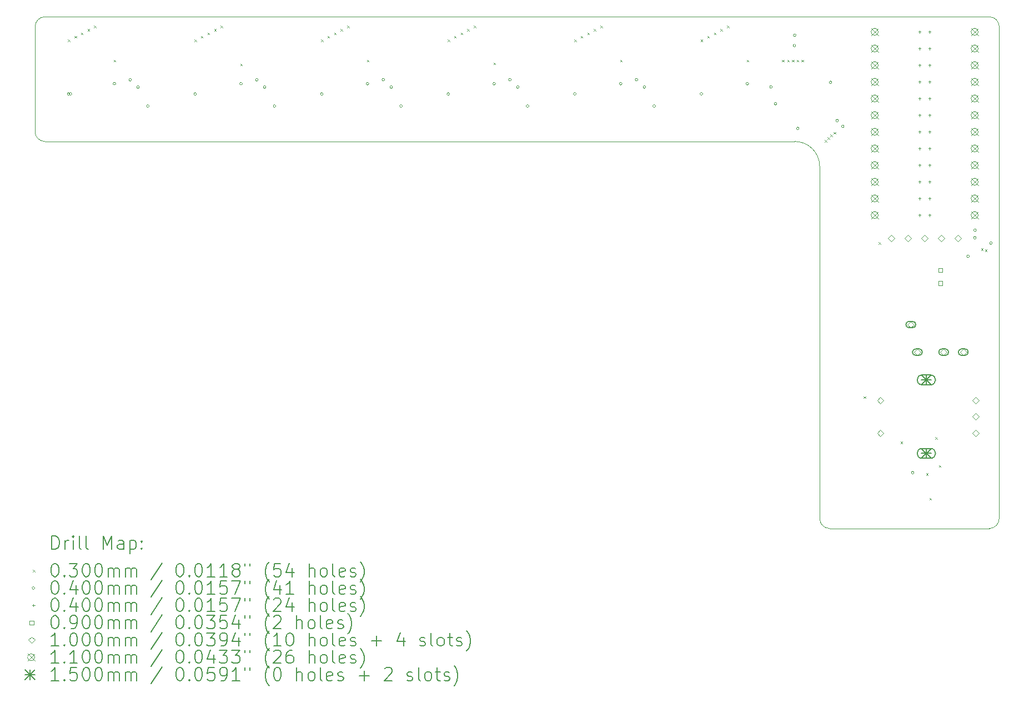
<source format=gbr>
%TF.GenerationSoftware,KiCad,Pcbnew,7.0.8*%
%TF.CreationDate,2023-12-09T01:27:02-08:00*%
%TF.ProjectId,Seismos_5CoreL,53656973-6d6f-4735-9f35-436f72654c2e,rev?*%
%TF.SameCoordinates,Original*%
%TF.FileFunction,Drillmap*%
%TF.FilePolarity,Positive*%
%FSLAX45Y45*%
G04 Gerber Fmt 4.5, Leading zero omitted, Abs format (unit mm)*
G04 Created by KiCad (PCBNEW 7.0.8) date 2023-12-09 01:27:02*
%MOMM*%
%LPD*%
G01*
G04 APERTURE LIST*
%ADD10C,0.100000*%
%ADD11C,0.200000*%
%ADD12C,0.030000*%
%ADD13C,0.040000*%
%ADD14C,0.090000*%
%ADD15C,0.110000*%
%ADD16C,0.150000*%
G04 APERTURE END LIST*
D10*
X15113400Y-9800000D02*
X17550000Y-9800000D01*
X17700000Y-2150000D02*
G75*
G03*
X17550000Y-2000000I-150000J0D01*
G01*
X14963400Y-4281000D02*
X14963400Y-9650000D01*
X14963400Y-9650000D02*
G75*
G03*
X15113400Y-9800000I150000J0D01*
G01*
X3150000Y-3900000D02*
X14582400Y-3900000D01*
X3000000Y-3750000D02*
G75*
G03*
X3150000Y-3900000I150000J0D01*
G01*
X3150000Y-2000000D02*
G75*
G03*
X3000000Y-2150000I0J-150000D01*
G01*
X17700000Y-2150000D02*
X17700000Y-9650000D01*
X17550000Y-9800000D02*
G75*
G03*
X17700000Y-9650000I0J150000D01*
G01*
X14963400Y-4281000D02*
G75*
G03*
X14582400Y-3900000I-381000J0D01*
G01*
X17550000Y-2000000D02*
X3150000Y-2000000D01*
X3000000Y-2150000D02*
X3000000Y-3750000D01*
D11*
D12*
X3500000Y-2344600D02*
X3530000Y-2374600D01*
X3530000Y-2344600D02*
X3500000Y-2374600D01*
X3600000Y-2291950D02*
X3630000Y-2321950D01*
X3630000Y-2291950D02*
X3600000Y-2321950D01*
X3700000Y-2239300D02*
X3730000Y-2269300D01*
X3730000Y-2239300D02*
X3700000Y-2269300D01*
X3800000Y-2186650D02*
X3830000Y-2216650D01*
X3830000Y-2186650D02*
X3800000Y-2216650D01*
X3900000Y-2134000D02*
X3930000Y-2164000D01*
X3930000Y-2134000D02*
X3900000Y-2164000D01*
X4200000Y-2655000D02*
X4230000Y-2685000D01*
X4230000Y-2655000D02*
X4200000Y-2685000D01*
X5430000Y-2344600D02*
X5460000Y-2374600D01*
X5460000Y-2344600D02*
X5430000Y-2374600D01*
X5530000Y-2291950D02*
X5560000Y-2321950D01*
X5560000Y-2291950D02*
X5530000Y-2321950D01*
X5630000Y-2239300D02*
X5660000Y-2269300D01*
X5660000Y-2239300D02*
X5630000Y-2269300D01*
X5730000Y-2186650D02*
X5760000Y-2216650D01*
X5760000Y-2186650D02*
X5730000Y-2216650D01*
X5830000Y-2134000D02*
X5860000Y-2164000D01*
X5860000Y-2134000D02*
X5830000Y-2164000D01*
X6130000Y-2715000D02*
X6160000Y-2745000D01*
X6160000Y-2715000D02*
X6130000Y-2745000D01*
X7360000Y-2344600D02*
X7390000Y-2374600D01*
X7390000Y-2344600D02*
X7360000Y-2374600D01*
X7460000Y-2291950D02*
X7490000Y-2321950D01*
X7490000Y-2291950D02*
X7460000Y-2321950D01*
X7560000Y-2239300D02*
X7590000Y-2269300D01*
X7590000Y-2239300D02*
X7560000Y-2269300D01*
X7660000Y-2186650D02*
X7690000Y-2216650D01*
X7690000Y-2186650D02*
X7660000Y-2216650D01*
X7760000Y-2134000D02*
X7790000Y-2164000D01*
X7790000Y-2134000D02*
X7760000Y-2164000D01*
X8060000Y-2655000D02*
X8090000Y-2685000D01*
X8090000Y-2655000D02*
X8060000Y-2685000D01*
X9290000Y-2344600D02*
X9320000Y-2374600D01*
X9320000Y-2344600D02*
X9290000Y-2374600D01*
X9390000Y-2291950D02*
X9420000Y-2321950D01*
X9420000Y-2291950D02*
X9390000Y-2321950D01*
X9490000Y-2239300D02*
X9520000Y-2269300D01*
X9520000Y-2239300D02*
X9490000Y-2269300D01*
X9590000Y-2186650D02*
X9620000Y-2216650D01*
X9620000Y-2186650D02*
X9590000Y-2216650D01*
X9690000Y-2134000D02*
X9720000Y-2164000D01*
X9720000Y-2134000D02*
X9690000Y-2164000D01*
X9990000Y-2698800D02*
X10020000Y-2728800D01*
X10020000Y-2698800D02*
X9990000Y-2728800D01*
X11220000Y-2344600D02*
X11250000Y-2374600D01*
X11250000Y-2344600D02*
X11220000Y-2374600D01*
X11320000Y-2291950D02*
X11350000Y-2321950D01*
X11350000Y-2291950D02*
X11320000Y-2321950D01*
X11420000Y-2239300D02*
X11450000Y-2269300D01*
X11450000Y-2239300D02*
X11420000Y-2269300D01*
X11520000Y-2186650D02*
X11550000Y-2216650D01*
X11550000Y-2186650D02*
X11520000Y-2216650D01*
X11620000Y-2134000D02*
X11650000Y-2164000D01*
X11650000Y-2134000D02*
X11620000Y-2164000D01*
X11920000Y-2655000D02*
X11950000Y-2685000D01*
X11950000Y-2655000D02*
X11920000Y-2685000D01*
X13150000Y-2344600D02*
X13180000Y-2374600D01*
X13180000Y-2344600D02*
X13150000Y-2374600D01*
X13250000Y-2291950D02*
X13280000Y-2321950D01*
X13280000Y-2291950D02*
X13250000Y-2321950D01*
X13350000Y-2239300D02*
X13380000Y-2269300D01*
X13380000Y-2239300D02*
X13350000Y-2269300D01*
X13450000Y-2186650D02*
X13480000Y-2216650D01*
X13480000Y-2186650D02*
X13450000Y-2216650D01*
X13550000Y-2134000D02*
X13580000Y-2164000D01*
X13580000Y-2134000D02*
X13550000Y-2164000D01*
X13850000Y-2655000D02*
X13880000Y-2685000D01*
X13880000Y-2655000D02*
X13850000Y-2685000D01*
X14390812Y-2654188D02*
X14420812Y-2684188D01*
X14420812Y-2654188D02*
X14390812Y-2684188D01*
X14468042Y-2656958D02*
X14498042Y-2686958D01*
X14498042Y-2656958D02*
X14468042Y-2686958D01*
X14540271Y-2654729D02*
X14570271Y-2684729D01*
X14570271Y-2654729D02*
X14540271Y-2684729D01*
X14612771Y-2657229D02*
X14642771Y-2687229D01*
X14642771Y-2657229D02*
X14612771Y-2687229D01*
X14685000Y-2655000D02*
X14715000Y-2685000D01*
X14715000Y-2655000D02*
X14685000Y-2685000D01*
X15041574Y-3878515D02*
X15071574Y-3908515D01*
X15071574Y-3878515D02*
X15041574Y-3908515D01*
X15083749Y-3835909D02*
X15113749Y-3865909D01*
X15113749Y-3835909D02*
X15083749Y-3865909D01*
X15126789Y-3794177D02*
X15156789Y-3824177D01*
X15156789Y-3794177D02*
X15126789Y-3824177D01*
X15174437Y-3757794D02*
X15204437Y-3787794D01*
X15204437Y-3757794D02*
X15174437Y-3787794D01*
X15635000Y-7785000D02*
X15665000Y-7815000D01*
X15665000Y-7785000D02*
X15635000Y-7815000D01*
X15860000Y-5435000D02*
X15890000Y-5465000D01*
X15890000Y-5435000D02*
X15860000Y-5465000D01*
X16195000Y-8475000D02*
X16225000Y-8505000D01*
X16225000Y-8475000D02*
X16195000Y-8505000D01*
X16585000Y-8960000D02*
X16615000Y-8990000D01*
X16615000Y-8960000D02*
X16585000Y-8990000D01*
X16635000Y-9335000D02*
X16665000Y-9365000D01*
X16665000Y-9335000D02*
X16635000Y-9365000D01*
X16725000Y-8410000D02*
X16755000Y-8440000D01*
X16755000Y-8410000D02*
X16725000Y-8440000D01*
X16782350Y-8835000D02*
X16812350Y-8865000D01*
X16812350Y-8835000D02*
X16782350Y-8865000D01*
X17424256Y-5531285D02*
X17454256Y-5561285D01*
X17454256Y-5531285D02*
X17424256Y-5561285D01*
X17485000Y-5545000D02*
X17515000Y-5575000D01*
X17515000Y-5545000D02*
X17485000Y-5575000D01*
D13*
X3530000Y-3175070D02*
G75*
G03*
X3530000Y-3175070I-20000J0D01*
G01*
X3560000Y-3175000D02*
G75*
G03*
X3560000Y-3175000I-20000J0D01*
G01*
X4230000Y-3020000D02*
G75*
G03*
X4230000Y-3020000I-20000J0D01*
G01*
X4470000Y-2960000D02*
G75*
G03*
X4470000Y-2960000I-20000J0D01*
G01*
X4590000Y-3070000D02*
G75*
G03*
X4590000Y-3070000I-20000J0D01*
G01*
X4740000Y-3360000D02*
G75*
G03*
X4740000Y-3360000I-20000J0D01*
G01*
X5460000Y-3175070D02*
G75*
G03*
X5460000Y-3175070I-20000J0D01*
G01*
X6160000Y-3020000D02*
G75*
G03*
X6160000Y-3020000I-20000J0D01*
G01*
X6400000Y-2960000D02*
G75*
G03*
X6400000Y-2960000I-20000J0D01*
G01*
X6520000Y-3070000D02*
G75*
G03*
X6520000Y-3070000I-20000J0D01*
G01*
X6670000Y-3360000D02*
G75*
G03*
X6670000Y-3360000I-20000J0D01*
G01*
X7390000Y-3175070D02*
G75*
G03*
X7390000Y-3175070I-20000J0D01*
G01*
X8090000Y-3020000D02*
G75*
G03*
X8090000Y-3020000I-20000J0D01*
G01*
X8330000Y-2960000D02*
G75*
G03*
X8330000Y-2960000I-20000J0D01*
G01*
X8450000Y-3070000D02*
G75*
G03*
X8450000Y-3070000I-20000J0D01*
G01*
X8600000Y-3360000D02*
G75*
G03*
X8600000Y-3360000I-20000J0D01*
G01*
X9320000Y-3175070D02*
G75*
G03*
X9320000Y-3175070I-20000J0D01*
G01*
X10020000Y-3020000D02*
G75*
G03*
X10020000Y-3020000I-20000J0D01*
G01*
X10260000Y-2960000D02*
G75*
G03*
X10260000Y-2960000I-20000J0D01*
G01*
X10380000Y-3070000D02*
G75*
G03*
X10380000Y-3070000I-20000J0D01*
G01*
X10530000Y-3360000D02*
G75*
G03*
X10530000Y-3360000I-20000J0D01*
G01*
X11250000Y-3175070D02*
G75*
G03*
X11250000Y-3175070I-20000J0D01*
G01*
X11950000Y-3020000D02*
G75*
G03*
X11950000Y-3020000I-20000J0D01*
G01*
X12190000Y-2960000D02*
G75*
G03*
X12190000Y-2960000I-20000J0D01*
G01*
X12310000Y-3070000D02*
G75*
G03*
X12310000Y-3070000I-20000J0D01*
G01*
X12460000Y-3360000D02*
G75*
G03*
X12460000Y-3360000I-20000J0D01*
G01*
X13180000Y-3175070D02*
G75*
G03*
X13180000Y-3175070I-20000J0D01*
G01*
X13880000Y-3020000D02*
G75*
G03*
X13880000Y-3020000I-20000J0D01*
G01*
X14240000Y-3070000D02*
G75*
G03*
X14240000Y-3070000I-20000J0D01*
G01*
X14310000Y-3325000D02*
G75*
G03*
X14310000Y-3325000I-20000J0D01*
G01*
X14597500Y-2437500D02*
G75*
G03*
X14597500Y-2437500I-20000J0D01*
G01*
X14602400Y-2279400D02*
G75*
G03*
X14602400Y-2279400I-20000J0D01*
G01*
X14650000Y-3700000D02*
G75*
G03*
X14650000Y-3700000I-20000J0D01*
G01*
X15150000Y-2997500D02*
G75*
G03*
X15150000Y-2997500I-20000J0D01*
G01*
X15249138Y-3580861D02*
G75*
G03*
X15249138Y-3580861I-20000J0D01*
G01*
X15335250Y-3670281D02*
G75*
G03*
X15335250Y-3670281I-20000J0D01*
G01*
X16400000Y-8950000D02*
G75*
G03*
X16400000Y-8950000I-20000J0D01*
G01*
X17245000Y-5650000D02*
G75*
G03*
X17245000Y-5650000I-20000J0D01*
G01*
X17347647Y-5367647D02*
G75*
G03*
X17347647Y-5367647I-20000J0D01*
G01*
X17350950Y-5252550D02*
G75*
G03*
X17350950Y-5252550I-20000J0D01*
G01*
X17592650Y-5450000D02*
G75*
G03*
X17592650Y-5450000I-20000J0D01*
G01*
X16487400Y-2208600D02*
X16487400Y-2248600D01*
X16467400Y-2228600D02*
X16507400Y-2228600D01*
X16487400Y-2462600D02*
X16487400Y-2502600D01*
X16467400Y-2482600D02*
X16507400Y-2482600D01*
X16487400Y-2716600D02*
X16487400Y-2756600D01*
X16467400Y-2736600D02*
X16507400Y-2736600D01*
X16487400Y-2970600D02*
X16487400Y-3010600D01*
X16467400Y-2990600D02*
X16507400Y-2990600D01*
X16487400Y-3224600D02*
X16487400Y-3264600D01*
X16467400Y-3244600D02*
X16507400Y-3244600D01*
X16487400Y-3478600D02*
X16487400Y-3518600D01*
X16467400Y-3498600D02*
X16507400Y-3498600D01*
X16487400Y-3732600D02*
X16487400Y-3772600D01*
X16467400Y-3752600D02*
X16507400Y-3752600D01*
X16487400Y-3986600D02*
X16487400Y-4026600D01*
X16467400Y-4006600D02*
X16507400Y-4006600D01*
X16487400Y-4240600D02*
X16487400Y-4280600D01*
X16467400Y-4260600D02*
X16507400Y-4260600D01*
X16487400Y-4494600D02*
X16487400Y-4534600D01*
X16467400Y-4514600D02*
X16507400Y-4514600D01*
X16487400Y-4748600D02*
X16487400Y-4788600D01*
X16467400Y-4768600D02*
X16507400Y-4768600D01*
X16487400Y-5002600D02*
X16487400Y-5042600D01*
X16467400Y-5022600D02*
X16507400Y-5022600D01*
X16639800Y-2208600D02*
X16639800Y-2248600D01*
X16619800Y-2228600D02*
X16659800Y-2228600D01*
X16639800Y-2462600D02*
X16639800Y-2502600D01*
X16619800Y-2482600D02*
X16659800Y-2482600D01*
X16639800Y-2716600D02*
X16639800Y-2756600D01*
X16619800Y-2736600D02*
X16659800Y-2736600D01*
X16639800Y-2970600D02*
X16639800Y-3010600D01*
X16619800Y-2990600D02*
X16659800Y-2990600D01*
X16639800Y-3224600D02*
X16639800Y-3264600D01*
X16619800Y-3244600D02*
X16659800Y-3244600D01*
X16639800Y-3478600D02*
X16639800Y-3518600D01*
X16619800Y-3498600D02*
X16659800Y-3498600D01*
X16639800Y-3732600D02*
X16639800Y-3772600D01*
X16619800Y-3752600D02*
X16659800Y-3752600D01*
X16639800Y-3986600D02*
X16639800Y-4026600D01*
X16619800Y-4006600D02*
X16659800Y-4006600D01*
X16639800Y-4240600D02*
X16639800Y-4280600D01*
X16619800Y-4260600D02*
X16659800Y-4260600D01*
X16639800Y-4494600D02*
X16639800Y-4534600D01*
X16619800Y-4514600D02*
X16659800Y-4514600D01*
X16639800Y-4748600D02*
X16639800Y-4788600D01*
X16619800Y-4768600D02*
X16659800Y-4768600D01*
X16639800Y-5002600D02*
X16639800Y-5042600D01*
X16619800Y-5022600D02*
X16659800Y-5022600D01*
D14*
X16836870Y-5895020D02*
X16836870Y-5831380D01*
X16773230Y-5831380D01*
X16773230Y-5895020D01*
X16836870Y-5895020D01*
X16836870Y-6095020D02*
X16836870Y-6031380D01*
X16773230Y-6031380D01*
X16773230Y-6095020D01*
X16836870Y-6095020D01*
D10*
X15889000Y-7896000D02*
X15939000Y-7846000D01*
X15889000Y-7796000D01*
X15839000Y-7846000D01*
X15889000Y-7896000D01*
X15889000Y-8396000D02*
X15939000Y-8346000D01*
X15889000Y-8296000D01*
X15839000Y-8346000D01*
X15889000Y-8396000D01*
X16055600Y-5426600D02*
X16105600Y-5376600D01*
X16055600Y-5326600D01*
X16005600Y-5376600D01*
X16055600Y-5426600D01*
X16309600Y-5426600D02*
X16359600Y-5376600D01*
X16309600Y-5326600D01*
X16259600Y-5376600D01*
X16309600Y-5426600D01*
X16353000Y-6742500D02*
X16403000Y-6692500D01*
X16353000Y-6642500D01*
X16303000Y-6692500D01*
X16353000Y-6742500D01*
D11*
X16378000Y-6642500D02*
X16328000Y-6642500D01*
X16328000Y-6642500D02*
G75*
G03*
X16328000Y-6742500I0J-50000D01*
G01*
X16328000Y-6742500D02*
X16378000Y-6742500D01*
X16378000Y-6742500D02*
G75*
G03*
X16378000Y-6642500I0J50000D01*
G01*
D10*
X16453000Y-7162500D02*
X16503000Y-7112500D01*
X16453000Y-7062500D01*
X16403000Y-7112500D01*
X16453000Y-7162500D01*
D11*
X16478000Y-7062500D02*
X16428000Y-7062500D01*
X16428000Y-7062500D02*
G75*
G03*
X16428000Y-7162500I0J-50000D01*
G01*
X16428000Y-7162500D02*
X16478000Y-7162500D01*
X16478000Y-7162500D02*
G75*
G03*
X16478000Y-7062500I0J50000D01*
G01*
D10*
X16563600Y-5426600D02*
X16613600Y-5376600D01*
X16563600Y-5326600D01*
X16513600Y-5376600D01*
X16563600Y-5426600D01*
X16817600Y-5426600D02*
X16867600Y-5376600D01*
X16817600Y-5326600D01*
X16767600Y-5376600D01*
X16817600Y-5426600D01*
X16853000Y-7162500D02*
X16903000Y-7112500D01*
X16853000Y-7062500D01*
X16803000Y-7112500D01*
X16853000Y-7162500D01*
D11*
X16878000Y-7062500D02*
X16828000Y-7062500D01*
X16828000Y-7062500D02*
G75*
G03*
X16828000Y-7162500I0J-50000D01*
G01*
X16828000Y-7162500D02*
X16878000Y-7162500D01*
X16878000Y-7162500D02*
G75*
G03*
X16878000Y-7062500I0J50000D01*
G01*
D10*
X17071600Y-5426600D02*
X17121600Y-5376600D01*
X17071600Y-5326600D01*
X17021600Y-5376600D01*
X17071600Y-5426600D01*
X17153000Y-7162500D02*
X17203000Y-7112500D01*
X17153000Y-7062500D01*
X17103000Y-7112500D01*
X17153000Y-7162500D01*
D11*
X17178000Y-7062500D02*
X17128000Y-7062500D01*
X17128000Y-7062500D02*
G75*
G03*
X17128000Y-7162500I0J-50000D01*
G01*
X17128000Y-7162500D02*
X17178000Y-7162500D01*
X17178000Y-7162500D02*
G75*
G03*
X17178000Y-7062500I0J50000D01*
G01*
D10*
X17339000Y-7896000D02*
X17389000Y-7846000D01*
X17339000Y-7796000D01*
X17289000Y-7846000D01*
X17339000Y-7896000D01*
X17339000Y-8146000D02*
X17389000Y-8096000D01*
X17339000Y-8046000D01*
X17289000Y-8096000D01*
X17339000Y-8146000D01*
X17339000Y-8396000D02*
X17389000Y-8346000D01*
X17339000Y-8296000D01*
X17289000Y-8346000D01*
X17339000Y-8396000D01*
D15*
X15746600Y-2173600D02*
X15856600Y-2283600D01*
X15856600Y-2173600D02*
X15746600Y-2283600D01*
X15856600Y-2228600D02*
G75*
G03*
X15856600Y-2228600I-55000J0D01*
G01*
X15746600Y-2173600D02*
X15856600Y-2283600D01*
X15856600Y-2173600D02*
X15746600Y-2283600D01*
X15856600Y-2228600D02*
G75*
G03*
X15856600Y-2228600I-55000J0D01*
G01*
X15746600Y-2427600D02*
X15856600Y-2537600D01*
X15856600Y-2427600D02*
X15746600Y-2537600D01*
X15856600Y-2482600D02*
G75*
G03*
X15856600Y-2482600I-55000J0D01*
G01*
X15746600Y-2681600D02*
X15856600Y-2791600D01*
X15856600Y-2681600D02*
X15746600Y-2791600D01*
X15856600Y-2736600D02*
G75*
G03*
X15856600Y-2736600I-55000J0D01*
G01*
X15746600Y-2935600D02*
X15856600Y-3045600D01*
X15856600Y-2935600D02*
X15746600Y-3045600D01*
X15856600Y-2990600D02*
G75*
G03*
X15856600Y-2990600I-55000J0D01*
G01*
X15746600Y-3189600D02*
X15856600Y-3299600D01*
X15856600Y-3189600D02*
X15746600Y-3299600D01*
X15856600Y-3244600D02*
G75*
G03*
X15856600Y-3244600I-55000J0D01*
G01*
X15746600Y-3443600D02*
X15856600Y-3553600D01*
X15856600Y-3443600D02*
X15746600Y-3553600D01*
X15856600Y-3498600D02*
G75*
G03*
X15856600Y-3498600I-55000J0D01*
G01*
X15746600Y-3697600D02*
X15856600Y-3807600D01*
X15856600Y-3697600D02*
X15746600Y-3807600D01*
X15856600Y-3752600D02*
G75*
G03*
X15856600Y-3752600I-55000J0D01*
G01*
X15746600Y-3951600D02*
X15856600Y-4061600D01*
X15856600Y-3951600D02*
X15746600Y-4061600D01*
X15856600Y-4006600D02*
G75*
G03*
X15856600Y-4006600I-55000J0D01*
G01*
X15746600Y-4205600D02*
X15856600Y-4315600D01*
X15856600Y-4205600D02*
X15746600Y-4315600D01*
X15856600Y-4260600D02*
G75*
G03*
X15856600Y-4260600I-55000J0D01*
G01*
X15746600Y-4459600D02*
X15856600Y-4569600D01*
X15856600Y-4459600D02*
X15746600Y-4569600D01*
X15856600Y-4514600D02*
G75*
G03*
X15856600Y-4514600I-55000J0D01*
G01*
X15746600Y-4713600D02*
X15856600Y-4823600D01*
X15856600Y-4713600D02*
X15746600Y-4823600D01*
X15856600Y-4768600D02*
G75*
G03*
X15856600Y-4768600I-55000J0D01*
G01*
X15746600Y-4967600D02*
X15856600Y-5077600D01*
X15856600Y-4967600D02*
X15746600Y-5077600D01*
X15856600Y-5022600D02*
G75*
G03*
X15856600Y-5022600I-55000J0D01*
G01*
X17270600Y-2173600D02*
X17380600Y-2283600D01*
X17380600Y-2173600D02*
X17270600Y-2283600D01*
X17380600Y-2228600D02*
G75*
G03*
X17380600Y-2228600I-55000J0D01*
G01*
X17270600Y-2173600D02*
X17380600Y-2283600D01*
X17380600Y-2173600D02*
X17270600Y-2283600D01*
X17380600Y-2228600D02*
G75*
G03*
X17380600Y-2228600I-55000J0D01*
G01*
X17270600Y-2427600D02*
X17380600Y-2537600D01*
X17380600Y-2427600D02*
X17270600Y-2537600D01*
X17380600Y-2482600D02*
G75*
G03*
X17380600Y-2482600I-55000J0D01*
G01*
X17270600Y-2681600D02*
X17380600Y-2791600D01*
X17380600Y-2681600D02*
X17270600Y-2791600D01*
X17380600Y-2736600D02*
G75*
G03*
X17380600Y-2736600I-55000J0D01*
G01*
X17270600Y-2935600D02*
X17380600Y-3045600D01*
X17380600Y-2935600D02*
X17270600Y-3045600D01*
X17380600Y-2990600D02*
G75*
G03*
X17380600Y-2990600I-55000J0D01*
G01*
X17270600Y-3189600D02*
X17380600Y-3299600D01*
X17380600Y-3189600D02*
X17270600Y-3299600D01*
X17380600Y-3244600D02*
G75*
G03*
X17380600Y-3244600I-55000J0D01*
G01*
X17270600Y-3443600D02*
X17380600Y-3553600D01*
X17380600Y-3443600D02*
X17270600Y-3553600D01*
X17380600Y-3498600D02*
G75*
G03*
X17380600Y-3498600I-55000J0D01*
G01*
X17270600Y-3697600D02*
X17380600Y-3807600D01*
X17380600Y-3697600D02*
X17270600Y-3807600D01*
X17380600Y-3752600D02*
G75*
G03*
X17380600Y-3752600I-55000J0D01*
G01*
X17270600Y-3951600D02*
X17380600Y-4061600D01*
X17380600Y-3951600D02*
X17270600Y-4061600D01*
X17380600Y-4006600D02*
G75*
G03*
X17380600Y-4006600I-55000J0D01*
G01*
X17270600Y-4205600D02*
X17380600Y-4315600D01*
X17380600Y-4205600D02*
X17270600Y-4315600D01*
X17380600Y-4260600D02*
G75*
G03*
X17380600Y-4260600I-55000J0D01*
G01*
X17270600Y-4459600D02*
X17380600Y-4569600D01*
X17380600Y-4459600D02*
X17270600Y-4569600D01*
X17380600Y-4514600D02*
G75*
G03*
X17380600Y-4514600I-55000J0D01*
G01*
X17270600Y-4713600D02*
X17380600Y-4823600D01*
X17380600Y-4713600D02*
X17270600Y-4823600D01*
X17380600Y-4768600D02*
G75*
G03*
X17380600Y-4768600I-55000J0D01*
G01*
X17270600Y-4967600D02*
X17380600Y-5077600D01*
X17380600Y-4967600D02*
X17270600Y-5077600D01*
X17380600Y-5022600D02*
G75*
G03*
X17380600Y-5022600I-55000J0D01*
G01*
D16*
X16514000Y-7461000D02*
X16664000Y-7611000D01*
X16664000Y-7461000D02*
X16514000Y-7611000D01*
X16589000Y-7461000D02*
X16589000Y-7611000D01*
X16514000Y-7536000D02*
X16664000Y-7536000D01*
D11*
X16654000Y-7461000D02*
X16524000Y-7461000D01*
X16524000Y-7461000D02*
G75*
G03*
X16524000Y-7611000I0J-75000D01*
G01*
X16524000Y-7611000D02*
X16654000Y-7611000D01*
X16654000Y-7611000D02*
G75*
G03*
X16654000Y-7461000I0J75000D01*
G01*
D16*
X16514000Y-8581000D02*
X16664000Y-8731000D01*
X16664000Y-8581000D02*
X16514000Y-8731000D01*
X16589000Y-8581000D02*
X16589000Y-8731000D01*
X16514000Y-8656000D02*
X16664000Y-8656000D01*
D11*
X16654000Y-8581000D02*
X16524000Y-8581000D01*
X16524000Y-8581000D02*
G75*
G03*
X16524000Y-8731000I0J-75000D01*
G01*
X16524000Y-8731000D02*
X16654000Y-8731000D01*
X16654000Y-8731000D02*
G75*
G03*
X16654000Y-8581000I0J75000D01*
G01*
X3255777Y-10116484D02*
X3255777Y-9916484D01*
X3255777Y-9916484D02*
X3303396Y-9916484D01*
X3303396Y-9916484D02*
X3331967Y-9926008D01*
X3331967Y-9926008D02*
X3351015Y-9945055D01*
X3351015Y-9945055D02*
X3360539Y-9964103D01*
X3360539Y-9964103D02*
X3370062Y-10002198D01*
X3370062Y-10002198D02*
X3370062Y-10030770D01*
X3370062Y-10030770D02*
X3360539Y-10068865D01*
X3360539Y-10068865D02*
X3351015Y-10087912D01*
X3351015Y-10087912D02*
X3331967Y-10106960D01*
X3331967Y-10106960D02*
X3303396Y-10116484D01*
X3303396Y-10116484D02*
X3255777Y-10116484D01*
X3455777Y-10116484D02*
X3455777Y-9983150D01*
X3455777Y-10021246D02*
X3465301Y-10002198D01*
X3465301Y-10002198D02*
X3474824Y-9992674D01*
X3474824Y-9992674D02*
X3493872Y-9983150D01*
X3493872Y-9983150D02*
X3512920Y-9983150D01*
X3579586Y-10116484D02*
X3579586Y-9983150D01*
X3579586Y-9916484D02*
X3570062Y-9926008D01*
X3570062Y-9926008D02*
X3579586Y-9935531D01*
X3579586Y-9935531D02*
X3589110Y-9926008D01*
X3589110Y-9926008D02*
X3579586Y-9916484D01*
X3579586Y-9916484D02*
X3579586Y-9935531D01*
X3703396Y-10116484D02*
X3684348Y-10106960D01*
X3684348Y-10106960D02*
X3674824Y-10087912D01*
X3674824Y-10087912D02*
X3674824Y-9916484D01*
X3808158Y-10116484D02*
X3789110Y-10106960D01*
X3789110Y-10106960D02*
X3779586Y-10087912D01*
X3779586Y-10087912D02*
X3779586Y-9916484D01*
X4036729Y-10116484D02*
X4036729Y-9916484D01*
X4036729Y-9916484D02*
X4103396Y-10059341D01*
X4103396Y-10059341D02*
X4170062Y-9916484D01*
X4170062Y-9916484D02*
X4170062Y-10116484D01*
X4351015Y-10116484D02*
X4351015Y-10011722D01*
X4351015Y-10011722D02*
X4341491Y-9992674D01*
X4341491Y-9992674D02*
X4322444Y-9983150D01*
X4322444Y-9983150D02*
X4284348Y-9983150D01*
X4284348Y-9983150D02*
X4265301Y-9992674D01*
X4351015Y-10106960D02*
X4331967Y-10116484D01*
X4331967Y-10116484D02*
X4284348Y-10116484D01*
X4284348Y-10116484D02*
X4265301Y-10106960D01*
X4265301Y-10106960D02*
X4255777Y-10087912D01*
X4255777Y-10087912D02*
X4255777Y-10068865D01*
X4255777Y-10068865D02*
X4265301Y-10049817D01*
X4265301Y-10049817D02*
X4284348Y-10040293D01*
X4284348Y-10040293D02*
X4331967Y-10040293D01*
X4331967Y-10040293D02*
X4351015Y-10030770D01*
X4446253Y-9983150D02*
X4446253Y-10183150D01*
X4446253Y-9992674D02*
X4465301Y-9983150D01*
X4465301Y-9983150D02*
X4503396Y-9983150D01*
X4503396Y-9983150D02*
X4522444Y-9992674D01*
X4522444Y-9992674D02*
X4531967Y-10002198D01*
X4531967Y-10002198D02*
X4541491Y-10021246D01*
X4541491Y-10021246D02*
X4541491Y-10078389D01*
X4541491Y-10078389D02*
X4531967Y-10097436D01*
X4531967Y-10097436D02*
X4522444Y-10106960D01*
X4522444Y-10106960D02*
X4503396Y-10116484D01*
X4503396Y-10116484D02*
X4465301Y-10116484D01*
X4465301Y-10116484D02*
X4446253Y-10106960D01*
X4627205Y-10097436D02*
X4636729Y-10106960D01*
X4636729Y-10106960D02*
X4627205Y-10116484D01*
X4627205Y-10116484D02*
X4617682Y-10106960D01*
X4617682Y-10106960D02*
X4627205Y-10097436D01*
X4627205Y-10097436D02*
X4627205Y-10116484D01*
X4627205Y-9992674D02*
X4636729Y-10002198D01*
X4636729Y-10002198D02*
X4627205Y-10011722D01*
X4627205Y-10011722D02*
X4617682Y-10002198D01*
X4617682Y-10002198D02*
X4627205Y-9992674D01*
X4627205Y-9992674D02*
X4627205Y-10011722D01*
D12*
X2965000Y-10430000D02*
X2995000Y-10460000D01*
X2995000Y-10430000D02*
X2965000Y-10460000D01*
D11*
X3293872Y-10336484D02*
X3312920Y-10336484D01*
X3312920Y-10336484D02*
X3331967Y-10346008D01*
X3331967Y-10346008D02*
X3341491Y-10355531D01*
X3341491Y-10355531D02*
X3351015Y-10374579D01*
X3351015Y-10374579D02*
X3360539Y-10412674D01*
X3360539Y-10412674D02*
X3360539Y-10460293D01*
X3360539Y-10460293D02*
X3351015Y-10498389D01*
X3351015Y-10498389D02*
X3341491Y-10517436D01*
X3341491Y-10517436D02*
X3331967Y-10526960D01*
X3331967Y-10526960D02*
X3312920Y-10536484D01*
X3312920Y-10536484D02*
X3293872Y-10536484D01*
X3293872Y-10536484D02*
X3274824Y-10526960D01*
X3274824Y-10526960D02*
X3265301Y-10517436D01*
X3265301Y-10517436D02*
X3255777Y-10498389D01*
X3255777Y-10498389D02*
X3246253Y-10460293D01*
X3246253Y-10460293D02*
X3246253Y-10412674D01*
X3246253Y-10412674D02*
X3255777Y-10374579D01*
X3255777Y-10374579D02*
X3265301Y-10355531D01*
X3265301Y-10355531D02*
X3274824Y-10346008D01*
X3274824Y-10346008D02*
X3293872Y-10336484D01*
X3446253Y-10517436D02*
X3455777Y-10526960D01*
X3455777Y-10526960D02*
X3446253Y-10536484D01*
X3446253Y-10536484D02*
X3436729Y-10526960D01*
X3436729Y-10526960D02*
X3446253Y-10517436D01*
X3446253Y-10517436D02*
X3446253Y-10536484D01*
X3522443Y-10336484D02*
X3646253Y-10336484D01*
X3646253Y-10336484D02*
X3579586Y-10412674D01*
X3579586Y-10412674D02*
X3608158Y-10412674D01*
X3608158Y-10412674D02*
X3627205Y-10422198D01*
X3627205Y-10422198D02*
X3636729Y-10431722D01*
X3636729Y-10431722D02*
X3646253Y-10450770D01*
X3646253Y-10450770D02*
X3646253Y-10498389D01*
X3646253Y-10498389D02*
X3636729Y-10517436D01*
X3636729Y-10517436D02*
X3627205Y-10526960D01*
X3627205Y-10526960D02*
X3608158Y-10536484D01*
X3608158Y-10536484D02*
X3551015Y-10536484D01*
X3551015Y-10536484D02*
X3531967Y-10526960D01*
X3531967Y-10526960D02*
X3522443Y-10517436D01*
X3770062Y-10336484D02*
X3789110Y-10336484D01*
X3789110Y-10336484D02*
X3808158Y-10346008D01*
X3808158Y-10346008D02*
X3817682Y-10355531D01*
X3817682Y-10355531D02*
X3827205Y-10374579D01*
X3827205Y-10374579D02*
X3836729Y-10412674D01*
X3836729Y-10412674D02*
X3836729Y-10460293D01*
X3836729Y-10460293D02*
X3827205Y-10498389D01*
X3827205Y-10498389D02*
X3817682Y-10517436D01*
X3817682Y-10517436D02*
X3808158Y-10526960D01*
X3808158Y-10526960D02*
X3789110Y-10536484D01*
X3789110Y-10536484D02*
X3770062Y-10536484D01*
X3770062Y-10536484D02*
X3751015Y-10526960D01*
X3751015Y-10526960D02*
X3741491Y-10517436D01*
X3741491Y-10517436D02*
X3731967Y-10498389D01*
X3731967Y-10498389D02*
X3722443Y-10460293D01*
X3722443Y-10460293D02*
X3722443Y-10412674D01*
X3722443Y-10412674D02*
X3731967Y-10374579D01*
X3731967Y-10374579D02*
X3741491Y-10355531D01*
X3741491Y-10355531D02*
X3751015Y-10346008D01*
X3751015Y-10346008D02*
X3770062Y-10336484D01*
X3960539Y-10336484D02*
X3979586Y-10336484D01*
X3979586Y-10336484D02*
X3998634Y-10346008D01*
X3998634Y-10346008D02*
X4008158Y-10355531D01*
X4008158Y-10355531D02*
X4017682Y-10374579D01*
X4017682Y-10374579D02*
X4027205Y-10412674D01*
X4027205Y-10412674D02*
X4027205Y-10460293D01*
X4027205Y-10460293D02*
X4017682Y-10498389D01*
X4017682Y-10498389D02*
X4008158Y-10517436D01*
X4008158Y-10517436D02*
X3998634Y-10526960D01*
X3998634Y-10526960D02*
X3979586Y-10536484D01*
X3979586Y-10536484D02*
X3960539Y-10536484D01*
X3960539Y-10536484D02*
X3941491Y-10526960D01*
X3941491Y-10526960D02*
X3931967Y-10517436D01*
X3931967Y-10517436D02*
X3922443Y-10498389D01*
X3922443Y-10498389D02*
X3912920Y-10460293D01*
X3912920Y-10460293D02*
X3912920Y-10412674D01*
X3912920Y-10412674D02*
X3922443Y-10374579D01*
X3922443Y-10374579D02*
X3931967Y-10355531D01*
X3931967Y-10355531D02*
X3941491Y-10346008D01*
X3941491Y-10346008D02*
X3960539Y-10336484D01*
X4112920Y-10536484D02*
X4112920Y-10403150D01*
X4112920Y-10422198D02*
X4122443Y-10412674D01*
X4122443Y-10412674D02*
X4141491Y-10403150D01*
X4141491Y-10403150D02*
X4170063Y-10403150D01*
X4170063Y-10403150D02*
X4189110Y-10412674D01*
X4189110Y-10412674D02*
X4198634Y-10431722D01*
X4198634Y-10431722D02*
X4198634Y-10536484D01*
X4198634Y-10431722D02*
X4208158Y-10412674D01*
X4208158Y-10412674D02*
X4227205Y-10403150D01*
X4227205Y-10403150D02*
X4255777Y-10403150D01*
X4255777Y-10403150D02*
X4274825Y-10412674D01*
X4274825Y-10412674D02*
X4284348Y-10431722D01*
X4284348Y-10431722D02*
X4284348Y-10536484D01*
X4379586Y-10536484D02*
X4379586Y-10403150D01*
X4379586Y-10422198D02*
X4389110Y-10412674D01*
X4389110Y-10412674D02*
X4408158Y-10403150D01*
X4408158Y-10403150D02*
X4436729Y-10403150D01*
X4436729Y-10403150D02*
X4455777Y-10412674D01*
X4455777Y-10412674D02*
X4465301Y-10431722D01*
X4465301Y-10431722D02*
X4465301Y-10536484D01*
X4465301Y-10431722D02*
X4474825Y-10412674D01*
X4474825Y-10412674D02*
X4493872Y-10403150D01*
X4493872Y-10403150D02*
X4522444Y-10403150D01*
X4522444Y-10403150D02*
X4541491Y-10412674D01*
X4541491Y-10412674D02*
X4551015Y-10431722D01*
X4551015Y-10431722D02*
X4551015Y-10536484D01*
X4941491Y-10326960D02*
X4770063Y-10584103D01*
X5198634Y-10336484D02*
X5217682Y-10336484D01*
X5217682Y-10336484D02*
X5236729Y-10346008D01*
X5236729Y-10346008D02*
X5246253Y-10355531D01*
X5246253Y-10355531D02*
X5255777Y-10374579D01*
X5255777Y-10374579D02*
X5265301Y-10412674D01*
X5265301Y-10412674D02*
X5265301Y-10460293D01*
X5265301Y-10460293D02*
X5255777Y-10498389D01*
X5255777Y-10498389D02*
X5246253Y-10517436D01*
X5246253Y-10517436D02*
X5236729Y-10526960D01*
X5236729Y-10526960D02*
X5217682Y-10536484D01*
X5217682Y-10536484D02*
X5198634Y-10536484D01*
X5198634Y-10536484D02*
X5179587Y-10526960D01*
X5179587Y-10526960D02*
X5170063Y-10517436D01*
X5170063Y-10517436D02*
X5160539Y-10498389D01*
X5160539Y-10498389D02*
X5151015Y-10460293D01*
X5151015Y-10460293D02*
X5151015Y-10412674D01*
X5151015Y-10412674D02*
X5160539Y-10374579D01*
X5160539Y-10374579D02*
X5170063Y-10355531D01*
X5170063Y-10355531D02*
X5179587Y-10346008D01*
X5179587Y-10346008D02*
X5198634Y-10336484D01*
X5351015Y-10517436D02*
X5360539Y-10526960D01*
X5360539Y-10526960D02*
X5351015Y-10536484D01*
X5351015Y-10536484D02*
X5341491Y-10526960D01*
X5341491Y-10526960D02*
X5351015Y-10517436D01*
X5351015Y-10517436D02*
X5351015Y-10536484D01*
X5484348Y-10336484D02*
X5503396Y-10336484D01*
X5503396Y-10336484D02*
X5522444Y-10346008D01*
X5522444Y-10346008D02*
X5531968Y-10355531D01*
X5531968Y-10355531D02*
X5541491Y-10374579D01*
X5541491Y-10374579D02*
X5551015Y-10412674D01*
X5551015Y-10412674D02*
X5551015Y-10460293D01*
X5551015Y-10460293D02*
X5541491Y-10498389D01*
X5541491Y-10498389D02*
X5531968Y-10517436D01*
X5531968Y-10517436D02*
X5522444Y-10526960D01*
X5522444Y-10526960D02*
X5503396Y-10536484D01*
X5503396Y-10536484D02*
X5484348Y-10536484D01*
X5484348Y-10536484D02*
X5465301Y-10526960D01*
X5465301Y-10526960D02*
X5455777Y-10517436D01*
X5455777Y-10517436D02*
X5446253Y-10498389D01*
X5446253Y-10498389D02*
X5436729Y-10460293D01*
X5436729Y-10460293D02*
X5436729Y-10412674D01*
X5436729Y-10412674D02*
X5446253Y-10374579D01*
X5446253Y-10374579D02*
X5455777Y-10355531D01*
X5455777Y-10355531D02*
X5465301Y-10346008D01*
X5465301Y-10346008D02*
X5484348Y-10336484D01*
X5741491Y-10536484D02*
X5627206Y-10536484D01*
X5684348Y-10536484D02*
X5684348Y-10336484D01*
X5684348Y-10336484D02*
X5665301Y-10365055D01*
X5665301Y-10365055D02*
X5646253Y-10384103D01*
X5646253Y-10384103D02*
X5627206Y-10393627D01*
X5931967Y-10536484D02*
X5817682Y-10536484D01*
X5874825Y-10536484D02*
X5874825Y-10336484D01*
X5874825Y-10336484D02*
X5855777Y-10365055D01*
X5855777Y-10365055D02*
X5836729Y-10384103D01*
X5836729Y-10384103D02*
X5817682Y-10393627D01*
X6046253Y-10422198D02*
X6027206Y-10412674D01*
X6027206Y-10412674D02*
X6017682Y-10403150D01*
X6017682Y-10403150D02*
X6008158Y-10384103D01*
X6008158Y-10384103D02*
X6008158Y-10374579D01*
X6008158Y-10374579D02*
X6017682Y-10355531D01*
X6017682Y-10355531D02*
X6027206Y-10346008D01*
X6027206Y-10346008D02*
X6046253Y-10336484D01*
X6046253Y-10336484D02*
X6084348Y-10336484D01*
X6084348Y-10336484D02*
X6103396Y-10346008D01*
X6103396Y-10346008D02*
X6112920Y-10355531D01*
X6112920Y-10355531D02*
X6122444Y-10374579D01*
X6122444Y-10374579D02*
X6122444Y-10384103D01*
X6122444Y-10384103D02*
X6112920Y-10403150D01*
X6112920Y-10403150D02*
X6103396Y-10412674D01*
X6103396Y-10412674D02*
X6084348Y-10422198D01*
X6084348Y-10422198D02*
X6046253Y-10422198D01*
X6046253Y-10422198D02*
X6027206Y-10431722D01*
X6027206Y-10431722D02*
X6017682Y-10441246D01*
X6017682Y-10441246D02*
X6008158Y-10460293D01*
X6008158Y-10460293D02*
X6008158Y-10498389D01*
X6008158Y-10498389D02*
X6017682Y-10517436D01*
X6017682Y-10517436D02*
X6027206Y-10526960D01*
X6027206Y-10526960D02*
X6046253Y-10536484D01*
X6046253Y-10536484D02*
X6084348Y-10536484D01*
X6084348Y-10536484D02*
X6103396Y-10526960D01*
X6103396Y-10526960D02*
X6112920Y-10517436D01*
X6112920Y-10517436D02*
X6122444Y-10498389D01*
X6122444Y-10498389D02*
X6122444Y-10460293D01*
X6122444Y-10460293D02*
X6112920Y-10441246D01*
X6112920Y-10441246D02*
X6103396Y-10431722D01*
X6103396Y-10431722D02*
X6084348Y-10422198D01*
X6198634Y-10336484D02*
X6198634Y-10374579D01*
X6274825Y-10336484D02*
X6274825Y-10374579D01*
X6570063Y-10612674D02*
X6560539Y-10603150D01*
X6560539Y-10603150D02*
X6541491Y-10574579D01*
X6541491Y-10574579D02*
X6531968Y-10555531D01*
X6531968Y-10555531D02*
X6522444Y-10526960D01*
X6522444Y-10526960D02*
X6512920Y-10479341D01*
X6512920Y-10479341D02*
X6512920Y-10441246D01*
X6512920Y-10441246D02*
X6522444Y-10393627D01*
X6522444Y-10393627D02*
X6531968Y-10365055D01*
X6531968Y-10365055D02*
X6541491Y-10346008D01*
X6541491Y-10346008D02*
X6560539Y-10317436D01*
X6560539Y-10317436D02*
X6570063Y-10307912D01*
X6741491Y-10336484D02*
X6646253Y-10336484D01*
X6646253Y-10336484D02*
X6636729Y-10431722D01*
X6636729Y-10431722D02*
X6646253Y-10422198D01*
X6646253Y-10422198D02*
X6665301Y-10412674D01*
X6665301Y-10412674D02*
X6712920Y-10412674D01*
X6712920Y-10412674D02*
X6731968Y-10422198D01*
X6731968Y-10422198D02*
X6741491Y-10431722D01*
X6741491Y-10431722D02*
X6751015Y-10450770D01*
X6751015Y-10450770D02*
X6751015Y-10498389D01*
X6751015Y-10498389D02*
X6741491Y-10517436D01*
X6741491Y-10517436D02*
X6731968Y-10526960D01*
X6731968Y-10526960D02*
X6712920Y-10536484D01*
X6712920Y-10536484D02*
X6665301Y-10536484D01*
X6665301Y-10536484D02*
X6646253Y-10526960D01*
X6646253Y-10526960D02*
X6636729Y-10517436D01*
X6922444Y-10403150D02*
X6922444Y-10536484D01*
X6874825Y-10326960D02*
X6827206Y-10469817D01*
X6827206Y-10469817D02*
X6951015Y-10469817D01*
X7179587Y-10536484D02*
X7179587Y-10336484D01*
X7265301Y-10536484D02*
X7265301Y-10431722D01*
X7265301Y-10431722D02*
X7255777Y-10412674D01*
X7255777Y-10412674D02*
X7236730Y-10403150D01*
X7236730Y-10403150D02*
X7208158Y-10403150D01*
X7208158Y-10403150D02*
X7189110Y-10412674D01*
X7189110Y-10412674D02*
X7179587Y-10422198D01*
X7389110Y-10536484D02*
X7370063Y-10526960D01*
X7370063Y-10526960D02*
X7360539Y-10517436D01*
X7360539Y-10517436D02*
X7351015Y-10498389D01*
X7351015Y-10498389D02*
X7351015Y-10441246D01*
X7351015Y-10441246D02*
X7360539Y-10422198D01*
X7360539Y-10422198D02*
X7370063Y-10412674D01*
X7370063Y-10412674D02*
X7389110Y-10403150D01*
X7389110Y-10403150D02*
X7417682Y-10403150D01*
X7417682Y-10403150D02*
X7436730Y-10412674D01*
X7436730Y-10412674D02*
X7446253Y-10422198D01*
X7446253Y-10422198D02*
X7455777Y-10441246D01*
X7455777Y-10441246D02*
X7455777Y-10498389D01*
X7455777Y-10498389D02*
X7446253Y-10517436D01*
X7446253Y-10517436D02*
X7436730Y-10526960D01*
X7436730Y-10526960D02*
X7417682Y-10536484D01*
X7417682Y-10536484D02*
X7389110Y-10536484D01*
X7570063Y-10536484D02*
X7551015Y-10526960D01*
X7551015Y-10526960D02*
X7541491Y-10507912D01*
X7541491Y-10507912D02*
X7541491Y-10336484D01*
X7722444Y-10526960D02*
X7703396Y-10536484D01*
X7703396Y-10536484D02*
X7665301Y-10536484D01*
X7665301Y-10536484D02*
X7646253Y-10526960D01*
X7646253Y-10526960D02*
X7636730Y-10507912D01*
X7636730Y-10507912D02*
X7636730Y-10431722D01*
X7636730Y-10431722D02*
X7646253Y-10412674D01*
X7646253Y-10412674D02*
X7665301Y-10403150D01*
X7665301Y-10403150D02*
X7703396Y-10403150D01*
X7703396Y-10403150D02*
X7722444Y-10412674D01*
X7722444Y-10412674D02*
X7731968Y-10431722D01*
X7731968Y-10431722D02*
X7731968Y-10450770D01*
X7731968Y-10450770D02*
X7636730Y-10469817D01*
X7808158Y-10526960D02*
X7827206Y-10536484D01*
X7827206Y-10536484D02*
X7865301Y-10536484D01*
X7865301Y-10536484D02*
X7884349Y-10526960D01*
X7884349Y-10526960D02*
X7893872Y-10507912D01*
X7893872Y-10507912D02*
X7893872Y-10498389D01*
X7893872Y-10498389D02*
X7884349Y-10479341D01*
X7884349Y-10479341D02*
X7865301Y-10469817D01*
X7865301Y-10469817D02*
X7836730Y-10469817D01*
X7836730Y-10469817D02*
X7817682Y-10460293D01*
X7817682Y-10460293D02*
X7808158Y-10441246D01*
X7808158Y-10441246D02*
X7808158Y-10431722D01*
X7808158Y-10431722D02*
X7817682Y-10412674D01*
X7817682Y-10412674D02*
X7836730Y-10403150D01*
X7836730Y-10403150D02*
X7865301Y-10403150D01*
X7865301Y-10403150D02*
X7884349Y-10412674D01*
X7960539Y-10612674D02*
X7970063Y-10603150D01*
X7970063Y-10603150D02*
X7989111Y-10574579D01*
X7989111Y-10574579D02*
X7998634Y-10555531D01*
X7998634Y-10555531D02*
X8008158Y-10526960D01*
X8008158Y-10526960D02*
X8017682Y-10479341D01*
X8017682Y-10479341D02*
X8017682Y-10441246D01*
X8017682Y-10441246D02*
X8008158Y-10393627D01*
X8008158Y-10393627D02*
X7998634Y-10365055D01*
X7998634Y-10365055D02*
X7989111Y-10346008D01*
X7989111Y-10346008D02*
X7970063Y-10317436D01*
X7970063Y-10317436D02*
X7960539Y-10307912D01*
D13*
X2995000Y-10709000D02*
G75*
G03*
X2995000Y-10709000I-20000J0D01*
G01*
D11*
X3293872Y-10600484D02*
X3312920Y-10600484D01*
X3312920Y-10600484D02*
X3331967Y-10610008D01*
X3331967Y-10610008D02*
X3341491Y-10619531D01*
X3341491Y-10619531D02*
X3351015Y-10638579D01*
X3351015Y-10638579D02*
X3360539Y-10676674D01*
X3360539Y-10676674D02*
X3360539Y-10724293D01*
X3360539Y-10724293D02*
X3351015Y-10762389D01*
X3351015Y-10762389D02*
X3341491Y-10781436D01*
X3341491Y-10781436D02*
X3331967Y-10790960D01*
X3331967Y-10790960D02*
X3312920Y-10800484D01*
X3312920Y-10800484D02*
X3293872Y-10800484D01*
X3293872Y-10800484D02*
X3274824Y-10790960D01*
X3274824Y-10790960D02*
X3265301Y-10781436D01*
X3265301Y-10781436D02*
X3255777Y-10762389D01*
X3255777Y-10762389D02*
X3246253Y-10724293D01*
X3246253Y-10724293D02*
X3246253Y-10676674D01*
X3246253Y-10676674D02*
X3255777Y-10638579D01*
X3255777Y-10638579D02*
X3265301Y-10619531D01*
X3265301Y-10619531D02*
X3274824Y-10610008D01*
X3274824Y-10610008D02*
X3293872Y-10600484D01*
X3446253Y-10781436D02*
X3455777Y-10790960D01*
X3455777Y-10790960D02*
X3446253Y-10800484D01*
X3446253Y-10800484D02*
X3436729Y-10790960D01*
X3436729Y-10790960D02*
X3446253Y-10781436D01*
X3446253Y-10781436D02*
X3446253Y-10800484D01*
X3627205Y-10667150D02*
X3627205Y-10800484D01*
X3579586Y-10590960D02*
X3531967Y-10733817D01*
X3531967Y-10733817D02*
X3655777Y-10733817D01*
X3770062Y-10600484D02*
X3789110Y-10600484D01*
X3789110Y-10600484D02*
X3808158Y-10610008D01*
X3808158Y-10610008D02*
X3817682Y-10619531D01*
X3817682Y-10619531D02*
X3827205Y-10638579D01*
X3827205Y-10638579D02*
X3836729Y-10676674D01*
X3836729Y-10676674D02*
X3836729Y-10724293D01*
X3836729Y-10724293D02*
X3827205Y-10762389D01*
X3827205Y-10762389D02*
X3817682Y-10781436D01*
X3817682Y-10781436D02*
X3808158Y-10790960D01*
X3808158Y-10790960D02*
X3789110Y-10800484D01*
X3789110Y-10800484D02*
X3770062Y-10800484D01*
X3770062Y-10800484D02*
X3751015Y-10790960D01*
X3751015Y-10790960D02*
X3741491Y-10781436D01*
X3741491Y-10781436D02*
X3731967Y-10762389D01*
X3731967Y-10762389D02*
X3722443Y-10724293D01*
X3722443Y-10724293D02*
X3722443Y-10676674D01*
X3722443Y-10676674D02*
X3731967Y-10638579D01*
X3731967Y-10638579D02*
X3741491Y-10619531D01*
X3741491Y-10619531D02*
X3751015Y-10610008D01*
X3751015Y-10610008D02*
X3770062Y-10600484D01*
X3960539Y-10600484D02*
X3979586Y-10600484D01*
X3979586Y-10600484D02*
X3998634Y-10610008D01*
X3998634Y-10610008D02*
X4008158Y-10619531D01*
X4008158Y-10619531D02*
X4017682Y-10638579D01*
X4017682Y-10638579D02*
X4027205Y-10676674D01*
X4027205Y-10676674D02*
X4027205Y-10724293D01*
X4027205Y-10724293D02*
X4017682Y-10762389D01*
X4017682Y-10762389D02*
X4008158Y-10781436D01*
X4008158Y-10781436D02*
X3998634Y-10790960D01*
X3998634Y-10790960D02*
X3979586Y-10800484D01*
X3979586Y-10800484D02*
X3960539Y-10800484D01*
X3960539Y-10800484D02*
X3941491Y-10790960D01*
X3941491Y-10790960D02*
X3931967Y-10781436D01*
X3931967Y-10781436D02*
X3922443Y-10762389D01*
X3922443Y-10762389D02*
X3912920Y-10724293D01*
X3912920Y-10724293D02*
X3912920Y-10676674D01*
X3912920Y-10676674D02*
X3922443Y-10638579D01*
X3922443Y-10638579D02*
X3931967Y-10619531D01*
X3931967Y-10619531D02*
X3941491Y-10610008D01*
X3941491Y-10610008D02*
X3960539Y-10600484D01*
X4112920Y-10800484D02*
X4112920Y-10667150D01*
X4112920Y-10686198D02*
X4122443Y-10676674D01*
X4122443Y-10676674D02*
X4141491Y-10667150D01*
X4141491Y-10667150D02*
X4170063Y-10667150D01*
X4170063Y-10667150D02*
X4189110Y-10676674D01*
X4189110Y-10676674D02*
X4198634Y-10695722D01*
X4198634Y-10695722D02*
X4198634Y-10800484D01*
X4198634Y-10695722D02*
X4208158Y-10676674D01*
X4208158Y-10676674D02*
X4227205Y-10667150D01*
X4227205Y-10667150D02*
X4255777Y-10667150D01*
X4255777Y-10667150D02*
X4274825Y-10676674D01*
X4274825Y-10676674D02*
X4284348Y-10695722D01*
X4284348Y-10695722D02*
X4284348Y-10800484D01*
X4379586Y-10800484D02*
X4379586Y-10667150D01*
X4379586Y-10686198D02*
X4389110Y-10676674D01*
X4389110Y-10676674D02*
X4408158Y-10667150D01*
X4408158Y-10667150D02*
X4436729Y-10667150D01*
X4436729Y-10667150D02*
X4455777Y-10676674D01*
X4455777Y-10676674D02*
X4465301Y-10695722D01*
X4465301Y-10695722D02*
X4465301Y-10800484D01*
X4465301Y-10695722D02*
X4474825Y-10676674D01*
X4474825Y-10676674D02*
X4493872Y-10667150D01*
X4493872Y-10667150D02*
X4522444Y-10667150D01*
X4522444Y-10667150D02*
X4541491Y-10676674D01*
X4541491Y-10676674D02*
X4551015Y-10695722D01*
X4551015Y-10695722D02*
X4551015Y-10800484D01*
X4941491Y-10590960D02*
X4770063Y-10848103D01*
X5198634Y-10600484D02*
X5217682Y-10600484D01*
X5217682Y-10600484D02*
X5236729Y-10610008D01*
X5236729Y-10610008D02*
X5246253Y-10619531D01*
X5246253Y-10619531D02*
X5255777Y-10638579D01*
X5255777Y-10638579D02*
X5265301Y-10676674D01*
X5265301Y-10676674D02*
X5265301Y-10724293D01*
X5265301Y-10724293D02*
X5255777Y-10762389D01*
X5255777Y-10762389D02*
X5246253Y-10781436D01*
X5246253Y-10781436D02*
X5236729Y-10790960D01*
X5236729Y-10790960D02*
X5217682Y-10800484D01*
X5217682Y-10800484D02*
X5198634Y-10800484D01*
X5198634Y-10800484D02*
X5179587Y-10790960D01*
X5179587Y-10790960D02*
X5170063Y-10781436D01*
X5170063Y-10781436D02*
X5160539Y-10762389D01*
X5160539Y-10762389D02*
X5151015Y-10724293D01*
X5151015Y-10724293D02*
X5151015Y-10676674D01*
X5151015Y-10676674D02*
X5160539Y-10638579D01*
X5160539Y-10638579D02*
X5170063Y-10619531D01*
X5170063Y-10619531D02*
X5179587Y-10610008D01*
X5179587Y-10610008D02*
X5198634Y-10600484D01*
X5351015Y-10781436D02*
X5360539Y-10790960D01*
X5360539Y-10790960D02*
X5351015Y-10800484D01*
X5351015Y-10800484D02*
X5341491Y-10790960D01*
X5341491Y-10790960D02*
X5351015Y-10781436D01*
X5351015Y-10781436D02*
X5351015Y-10800484D01*
X5484348Y-10600484D02*
X5503396Y-10600484D01*
X5503396Y-10600484D02*
X5522444Y-10610008D01*
X5522444Y-10610008D02*
X5531968Y-10619531D01*
X5531968Y-10619531D02*
X5541491Y-10638579D01*
X5541491Y-10638579D02*
X5551015Y-10676674D01*
X5551015Y-10676674D02*
X5551015Y-10724293D01*
X5551015Y-10724293D02*
X5541491Y-10762389D01*
X5541491Y-10762389D02*
X5531968Y-10781436D01*
X5531968Y-10781436D02*
X5522444Y-10790960D01*
X5522444Y-10790960D02*
X5503396Y-10800484D01*
X5503396Y-10800484D02*
X5484348Y-10800484D01*
X5484348Y-10800484D02*
X5465301Y-10790960D01*
X5465301Y-10790960D02*
X5455777Y-10781436D01*
X5455777Y-10781436D02*
X5446253Y-10762389D01*
X5446253Y-10762389D02*
X5436729Y-10724293D01*
X5436729Y-10724293D02*
X5436729Y-10676674D01*
X5436729Y-10676674D02*
X5446253Y-10638579D01*
X5446253Y-10638579D02*
X5455777Y-10619531D01*
X5455777Y-10619531D02*
X5465301Y-10610008D01*
X5465301Y-10610008D02*
X5484348Y-10600484D01*
X5741491Y-10800484D02*
X5627206Y-10800484D01*
X5684348Y-10800484D02*
X5684348Y-10600484D01*
X5684348Y-10600484D02*
X5665301Y-10629055D01*
X5665301Y-10629055D02*
X5646253Y-10648103D01*
X5646253Y-10648103D02*
X5627206Y-10657627D01*
X5922444Y-10600484D02*
X5827206Y-10600484D01*
X5827206Y-10600484D02*
X5817682Y-10695722D01*
X5817682Y-10695722D02*
X5827206Y-10686198D01*
X5827206Y-10686198D02*
X5846253Y-10676674D01*
X5846253Y-10676674D02*
X5893872Y-10676674D01*
X5893872Y-10676674D02*
X5912920Y-10686198D01*
X5912920Y-10686198D02*
X5922444Y-10695722D01*
X5922444Y-10695722D02*
X5931967Y-10714770D01*
X5931967Y-10714770D02*
X5931967Y-10762389D01*
X5931967Y-10762389D02*
X5922444Y-10781436D01*
X5922444Y-10781436D02*
X5912920Y-10790960D01*
X5912920Y-10790960D02*
X5893872Y-10800484D01*
X5893872Y-10800484D02*
X5846253Y-10800484D01*
X5846253Y-10800484D02*
X5827206Y-10790960D01*
X5827206Y-10790960D02*
X5817682Y-10781436D01*
X5998634Y-10600484D02*
X6131967Y-10600484D01*
X6131967Y-10600484D02*
X6046253Y-10800484D01*
X6198634Y-10600484D02*
X6198634Y-10638579D01*
X6274825Y-10600484D02*
X6274825Y-10638579D01*
X6570063Y-10876674D02*
X6560539Y-10867150D01*
X6560539Y-10867150D02*
X6541491Y-10838579D01*
X6541491Y-10838579D02*
X6531968Y-10819531D01*
X6531968Y-10819531D02*
X6522444Y-10790960D01*
X6522444Y-10790960D02*
X6512920Y-10743341D01*
X6512920Y-10743341D02*
X6512920Y-10705246D01*
X6512920Y-10705246D02*
X6522444Y-10657627D01*
X6522444Y-10657627D02*
X6531968Y-10629055D01*
X6531968Y-10629055D02*
X6541491Y-10610008D01*
X6541491Y-10610008D02*
X6560539Y-10581436D01*
X6560539Y-10581436D02*
X6570063Y-10571912D01*
X6731968Y-10667150D02*
X6731968Y-10800484D01*
X6684348Y-10590960D02*
X6636729Y-10733817D01*
X6636729Y-10733817D02*
X6760539Y-10733817D01*
X6941491Y-10800484D02*
X6827206Y-10800484D01*
X6884348Y-10800484D02*
X6884348Y-10600484D01*
X6884348Y-10600484D02*
X6865301Y-10629055D01*
X6865301Y-10629055D02*
X6846253Y-10648103D01*
X6846253Y-10648103D02*
X6827206Y-10657627D01*
X7179587Y-10800484D02*
X7179587Y-10600484D01*
X7265301Y-10800484D02*
X7265301Y-10695722D01*
X7265301Y-10695722D02*
X7255777Y-10676674D01*
X7255777Y-10676674D02*
X7236730Y-10667150D01*
X7236730Y-10667150D02*
X7208158Y-10667150D01*
X7208158Y-10667150D02*
X7189110Y-10676674D01*
X7189110Y-10676674D02*
X7179587Y-10686198D01*
X7389110Y-10800484D02*
X7370063Y-10790960D01*
X7370063Y-10790960D02*
X7360539Y-10781436D01*
X7360539Y-10781436D02*
X7351015Y-10762389D01*
X7351015Y-10762389D02*
X7351015Y-10705246D01*
X7351015Y-10705246D02*
X7360539Y-10686198D01*
X7360539Y-10686198D02*
X7370063Y-10676674D01*
X7370063Y-10676674D02*
X7389110Y-10667150D01*
X7389110Y-10667150D02*
X7417682Y-10667150D01*
X7417682Y-10667150D02*
X7436730Y-10676674D01*
X7436730Y-10676674D02*
X7446253Y-10686198D01*
X7446253Y-10686198D02*
X7455777Y-10705246D01*
X7455777Y-10705246D02*
X7455777Y-10762389D01*
X7455777Y-10762389D02*
X7446253Y-10781436D01*
X7446253Y-10781436D02*
X7436730Y-10790960D01*
X7436730Y-10790960D02*
X7417682Y-10800484D01*
X7417682Y-10800484D02*
X7389110Y-10800484D01*
X7570063Y-10800484D02*
X7551015Y-10790960D01*
X7551015Y-10790960D02*
X7541491Y-10771912D01*
X7541491Y-10771912D02*
X7541491Y-10600484D01*
X7722444Y-10790960D02*
X7703396Y-10800484D01*
X7703396Y-10800484D02*
X7665301Y-10800484D01*
X7665301Y-10800484D02*
X7646253Y-10790960D01*
X7646253Y-10790960D02*
X7636730Y-10771912D01*
X7636730Y-10771912D02*
X7636730Y-10695722D01*
X7636730Y-10695722D02*
X7646253Y-10676674D01*
X7646253Y-10676674D02*
X7665301Y-10667150D01*
X7665301Y-10667150D02*
X7703396Y-10667150D01*
X7703396Y-10667150D02*
X7722444Y-10676674D01*
X7722444Y-10676674D02*
X7731968Y-10695722D01*
X7731968Y-10695722D02*
X7731968Y-10714770D01*
X7731968Y-10714770D02*
X7636730Y-10733817D01*
X7808158Y-10790960D02*
X7827206Y-10800484D01*
X7827206Y-10800484D02*
X7865301Y-10800484D01*
X7865301Y-10800484D02*
X7884349Y-10790960D01*
X7884349Y-10790960D02*
X7893872Y-10771912D01*
X7893872Y-10771912D02*
X7893872Y-10762389D01*
X7893872Y-10762389D02*
X7884349Y-10743341D01*
X7884349Y-10743341D02*
X7865301Y-10733817D01*
X7865301Y-10733817D02*
X7836730Y-10733817D01*
X7836730Y-10733817D02*
X7817682Y-10724293D01*
X7817682Y-10724293D02*
X7808158Y-10705246D01*
X7808158Y-10705246D02*
X7808158Y-10695722D01*
X7808158Y-10695722D02*
X7817682Y-10676674D01*
X7817682Y-10676674D02*
X7836730Y-10667150D01*
X7836730Y-10667150D02*
X7865301Y-10667150D01*
X7865301Y-10667150D02*
X7884349Y-10676674D01*
X7960539Y-10876674D02*
X7970063Y-10867150D01*
X7970063Y-10867150D02*
X7989111Y-10838579D01*
X7989111Y-10838579D02*
X7998634Y-10819531D01*
X7998634Y-10819531D02*
X8008158Y-10790960D01*
X8008158Y-10790960D02*
X8017682Y-10743341D01*
X8017682Y-10743341D02*
X8017682Y-10705246D01*
X8017682Y-10705246D02*
X8008158Y-10657627D01*
X8008158Y-10657627D02*
X7998634Y-10629055D01*
X7998634Y-10629055D02*
X7989111Y-10610008D01*
X7989111Y-10610008D02*
X7970063Y-10581436D01*
X7970063Y-10581436D02*
X7960539Y-10571912D01*
D13*
X2975000Y-10953000D02*
X2975000Y-10993000D01*
X2955000Y-10973000D02*
X2995000Y-10973000D01*
D11*
X3293872Y-10864484D02*
X3312920Y-10864484D01*
X3312920Y-10864484D02*
X3331967Y-10874008D01*
X3331967Y-10874008D02*
X3341491Y-10883531D01*
X3341491Y-10883531D02*
X3351015Y-10902579D01*
X3351015Y-10902579D02*
X3360539Y-10940674D01*
X3360539Y-10940674D02*
X3360539Y-10988293D01*
X3360539Y-10988293D02*
X3351015Y-11026389D01*
X3351015Y-11026389D02*
X3341491Y-11045436D01*
X3341491Y-11045436D02*
X3331967Y-11054960D01*
X3331967Y-11054960D02*
X3312920Y-11064484D01*
X3312920Y-11064484D02*
X3293872Y-11064484D01*
X3293872Y-11064484D02*
X3274824Y-11054960D01*
X3274824Y-11054960D02*
X3265301Y-11045436D01*
X3265301Y-11045436D02*
X3255777Y-11026389D01*
X3255777Y-11026389D02*
X3246253Y-10988293D01*
X3246253Y-10988293D02*
X3246253Y-10940674D01*
X3246253Y-10940674D02*
X3255777Y-10902579D01*
X3255777Y-10902579D02*
X3265301Y-10883531D01*
X3265301Y-10883531D02*
X3274824Y-10874008D01*
X3274824Y-10874008D02*
X3293872Y-10864484D01*
X3446253Y-11045436D02*
X3455777Y-11054960D01*
X3455777Y-11054960D02*
X3446253Y-11064484D01*
X3446253Y-11064484D02*
X3436729Y-11054960D01*
X3436729Y-11054960D02*
X3446253Y-11045436D01*
X3446253Y-11045436D02*
X3446253Y-11064484D01*
X3627205Y-10931150D02*
X3627205Y-11064484D01*
X3579586Y-10854960D02*
X3531967Y-10997817D01*
X3531967Y-10997817D02*
X3655777Y-10997817D01*
X3770062Y-10864484D02*
X3789110Y-10864484D01*
X3789110Y-10864484D02*
X3808158Y-10874008D01*
X3808158Y-10874008D02*
X3817682Y-10883531D01*
X3817682Y-10883531D02*
X3827205Y-10902579D01*
X3827205Y-10902579D02*
X3836729Y-10940674D01*
X3836729Y-10940674D02*
X3836729Y-10988293D01*
X3836729Y-10988293D02*
X3827205Y-11026389D01*
X3827205Y-11026389D02*
X3817682Y-11045436D01*
X3817682Y-11045436D02*
X3808158Y-11054960D01*
X3808158Y-11054960D02*
X3789110Y-11064484D01*
X3789110Y-11064484D02*
X3770062Y-11064484D01*
X3770062Y-11064484D02*
X3751015Y-11054960D01*
X3751015Y-11054960D02*
X3741491Y-11045436D01*
X3741491Y-11045436D02*
X3731967Y-11026389D01*
X3731967Y-11026389D02*
X3722443Y-10988293D01*
X3722443Y-10988293D02*
X3722443Y-10940674D01*
X3722443Y-10940674D02*
X3731967Y-10902579D01*
X3731967Y-10902579D02*
X3741491Y-10883531D01*
X3741491Y-10883531D02*
X3751015Y-10874008D01*
X3751015Y-10874008D02*
X3770062Y-10864484D01*
X3960539Y-10864484D02*
X3979586Y-10864484D01*
X3979586Y-10864484D02*
X3998634Y-10874008D01*
X3998634Y-10874008D02*
X4008158Y-10883531D01*
X4008158Y-10883531D02*
X4017682Y-10902579D01*
X4017682Y-10902579D02*
X4027205Y-10940674D01*
X4027205Y-10940674D02*
X4027205Y-10988293D01*
X4027205Y-10988293D02*
X4017682Y-11026389D01*
X4017682Y-11026389D02*
X4008158Y-11045436D01*
X4008158Y-11045436D02*
X3998634Y-11054960D01*
X3998634Y-11054960D02*
X3979586Y-11064484D01*
X3979586Y-11064484D02*
X3960539Y-11064484D01*
X3960539Y-11064484D02*
X3941491Y-11054960D01*
X3941491Y-11054960D02*
X3931967Y-11045436D01*
X3931967Y-11045436D02*
X3922443Y-11026389D01*
X3922443Y-11026389D02*
X3912920Y-10988293D01*
X3912920Y-10988293D02*
X3912920Y-10940674D01*
X3912920Y-10940674D02*
X3922443Y-10902579D01*
X3922443Y-10902579D02*
X3931967Y-10883531D01*
X3931967Y-10883531D02*
X3941491Y-10874008D01*
X3941491Y-10874008D02*
X3960539Y-10864484D01*
X4112920Y-11064484D02*
X4112920Y-10931150D01*
X4112920Y-10950198D02*
X4122443Y-10940674D01*
X4122443Y-10940674D02*
X4141491Y-10931150D01*
X4141491Y-10931150D02*
X4170063Y-10931150D01*
X4170063Y-10931150D02*
X4189110Y-10940674D01*
X4189110Y-10940674D02*
X4198634Y-10959722D01*
X4198634Y-10959722D02*
X4198634Y-11064484D01*
X4198634Y-10959722D02*
X4208158Y-10940674D01*
X4208158Y-10940674D02*
X4227205Y-10931150D01*
X4227205Y-10931150D02*
X4255777Y-10931150D01*
X4255777Y-10931150D02*
X4274825Y-10940674D01*
X4274825Y-10940674D02*
X4284348Y-10959722D01*
X4284348Y-10959722D02*
X4284348Y-11064484D01*
X4379586Y-11064484D02*
X4379586Y-10931150D01*
X4379586Y-10950198D02*
X4389110Y-10940674D01*
X4389110Y-10940674D02*
X4408158Y-10931150D01*
X4408158Y-10931150D02*
X4436729Y-10931150D01*
X4436729Y-10931150D02*
X4455777Y-10940674D01*
X4455777Y-10940674D02*
X4465301Y-10959722D01*
X4465301Y-10959722D02*
X4465301Y-11064484D01*
X4465301Y-10959722D02*
X4474825Y-10940674D01*
X4474825Y-10940674D02*
X4493872Y-10931150D01*
X4493872Y-10931150D02*
X4522444Y-10931150D01*
X4522444Y-10931150D02*
X4541491Y-10940674D01*
X4541491Y-10940674D02*
X4551015Y-10959722D01*
X4551015Y-10959722D02*
X4551015Y-11064484D01*
X4941491Y-10854960D02*
X4770063Y-11112103D01*
X5198634Y-10864484D02*
X5217682Y-10864484D01*
X5217682Y-10864484D02*
X5236729Y-10874008D01*
X5236729Y-10874008D02*
X5246253Y-10883531D01*
X5246253Y-10883531D02*
X5255777Y-10902579D01*
X5255777Y-10902579D02*
X5265301Y-10940674D01*
X5265301Y-10940674D02*
X5265301Y-10988293D01*
X5265301Y-10988293D02*
X5255777Y-11026389D01*
X5255777Y-11026389D02*
X5246253Y-11045436D01*
X5246253Y-11045436D02*
X5236729Y-11054960D01*
X5236729Y-11054960D02*
X5217682Y-11064484D01*
X5217682Y-11064484D02*
X5198634Y-11064484D01*
X5198634Y-11064484D02*
X5179587Y-11054960D01*
X5179587Y-11054960D02*
X5170063Y-11045436D01*
X5170063Y-11045436D02*
X5160539Y-11026389D01*
X5160539Y-11026389D02*
X5151015Y-10988293D01*
X5151015Y-10988293D02*
X5151015Y-10940674D01*
X5151015Y-10940674D02*
X5160539Y-10902579D01*
X5160539Y-10902579D02*
X5170063Y-10883531D01*
X5170063Y-10883531D02*
X5179587Y-10874008D01*
X5179587Y-10874008D02*
X5198634Y-10864484D01*
X5351015Y-11045436D02*
X5360539Y-11054960D01*
X5360539Y-11054960D02*
X5351015Y-11064484D01*
X5351015Y-11064484D02*
X5341491Y-11054960D01*
X5341491Y-11054960D02*
X5351015Y-11045436D01*
X5351015Y-11045436D02*
X5351015Y-11064484D01*
X5484348Y-10864484D02*
X5503396Y-10864484D01*
X5503396Y-10864484D02*
X5522444Y-10874008D01*
X5522444Y-10874008D02*
X5531968Y-10883531D01*
X5531968Y-10883531D02*
X5541491Y-10902579D01*
X5541491Y-10902579D02*
X5551015Y-10940674D01*
X5551015Y-10940674D02*
X5551015Y-10988293D01*
X5551015Y-10988293D02*
X5541491Y-11026389D01*
X5541491Y-11026389D02*
X5531968Y-11045436D01*
X5531968Y-11045436D02*
X5522444Y-11054960D01*
X5522444Y-11054960D02*
X5503396Y-11064484D01*
X5503396Y-11064484D02*
X5484348Y-11064484D01*
X5484348Y-11064484D02*
X5465301Y-11054960D01*
X5465301Y-11054960D02*
X5455777Y-11045436D01*
X5455777Y-11045436D02*
X5446253Y-11026389D01*
X5446253Y-11026389D02*
X5436729Y-10988293D01*
X5436729Y-10988293D02*
X5436729Y-10940674D01*
X5436729Y-10940674D02*
X5446253Y-10902579D01*
X5446253Y-10902579D02*
X5455777Y-10883531D01*
X5455777Y-10883531D02*
X5465301Y-10874008D01*
X5465301Y-10874008D02*
X5484348Y-10864484D01*
X5741491Y-11064484D02*
X5627206Y-11064484D01*
X5684348Y-11064484D02*
X5684348Y-10864484D01*
X5684348Y-10864484D02*
X5665301Y-10893055D01*
X5665301Y-10893055D02*
X5646253Y-10912103D01*
X5646253Y-10912103D02*
X5627206Y-10921627D01*
X5922444Y-10864484D02*
X5827206Y-10864484D01*
X5827206Y-10864484D02*
X5817682Y-10959722D01*
X5817682Y-10959722D02*
X5827206Y-10950198D01*
X5827206Y-10950198D02*
X5846253Y-10940674D01*
X5846253Y-10940674D02*
X5893872Y-10940674D01*
X5893872Y-10940674D02*
X5912920Y-10950198D01*
X5912920Y-10950198D02*
X5922444Y-10959722D01*
X5922444Y-10959722D02*
X5931967Y-10978770D01*
X5931967Y-10978770D02*
X5931967Y-11026389D01*
X5931967Y-11026389D02*
X5922444Y-11045436D01*
X5922444Y-11045436D02*
X5912920Y-11054960D01*
X5912920Y-11054960D02*
X5893872Y-11064484D01*
X5893872Y-11064484D02*
X5846253Y-11064484D01*
X5846253Y-11064484D02*
X5827206Y-11054960D01*
X5827206Y-11054960D02*
X5817682Y-11045436D01*
X5998634Y-10864484D02*
X6131967Y-10864484D01*
X6131967Y-10864484D02*
X6046253Y-11064484D01*
X6198634Y-10864484D02*
X6198634Y-10902579D01*
X6274825Y-10864484D02*
X6274825Y-10902579D01*
X6570063Y-11140674D02*
X6560539Y-11131150D01*
X6560539Y-11131150D02*
X6541491Y-11102579D01*
X6541491Y-11102579D02*
X6531968Y-11083531D01*
X6531968Y-11083531D02*
X6522444Y-11054960D01*
X6522444Y-11054960D02*
X6512920Y-11007341D01*
X6512920Y-11007341D02*
X6512920Y-10969246D01*
X6512920Y-10969246D02*
X6522444Y-10921627D01*
X6522444Y-10921627D02*
X6531968Y-10893055D01*
X6531968Y-10893055D02*
X6541491Y-10874008D01*
X6541491Y-10874008D02*
X6560539Y-10845436D01*
X6560539Y-10845436D02*
X6570063Y-10835912D01*
X6636729Y-10883531D02*
X6646253Y-10874008D01*
X6646253Y-10874008D02*
X6665301Y-10864484D01*
X6665301Y-10864484D02*
X6712920Y-10864484D01*
X6712920Y-10864484D02*
X6731968Y-10874008D01*
X6731968Y-10874008D02*
X6741491Y-10883531D01*
X6741491Y-10883531D02*
X6751015Y-10902579D01*
X6751015Y-10902579D02*
X6751015Y-10921627D01*
X6751015Y-10921627D02*
X6741491Y-10950198D01*
X6741491Y-10950198D02*
X6627206Y-11064484D01*
X6627206Y-11064484D02*
X6751015Y-11064484D01*
X6922444Y-10931150D02*
X6922444Y-11064484D01*
X6874825Y-10854960D02*
X6827206Y-10997817D01*
X6827206Y-10997817D02*
X6951015Y-10997817D01*
X7179587Y-11064484D02*
X7179587Y-10864484D01*
X7265301Y-11064484D02*
X7265301Y-10959722D01*
X7265301Y-10959722D02*
X7255777Y-10940674D01*
X7255777Y-10940674D02*
X7236730Y-10931150D01*
X7236730Y-10931150D02*
X7208158Y-10931150D01*
X7208158Y-10931150D02*
X7189110Y-10940674D01*
X7189110Y-10940674D02*
X7179587Y-10950198D01*
X7389110Y-11064484D02*
X7370063Y-11054960D01*
X7370063Y-11054960D02*
X7360539Y-11045436D01*
X7360539Y-11045436D02*
X7351015Y-11026389D01*
X7351015Y-11026389D02*
X7351015Y-10969246D01*
X7351015Y-10969246D02*
X7360539Y-10950198D01*
X7360539Y-10950198D02*
X7370063Y-10940674D01*
X7370063Y-10940674D02*
X7389110Y-10931150D01*
X7389110Y-10931150D02*
X7417682Y-10931150D01*
X7417682Y-10931150D02*
X7436730Y-10940674D01*
X7436730Y-10940674D02*
X7446253Y-10950198D01*
X7446253Y-10950198D02*
X7455777Y-10969246D01*
X7455777Y-10969246D02*
X7455777Y-11026389D01*
X7455777Y-11026389D02*
X7446253Y-11045436D01*
X7446253Y-11045436D02*
X7436730Y-11054960D01*
X7436730Y-11054960D02*
X7417682Y-11064484D01*
X7417682Y-11064484D02*
X7389110Y-11064484D01*
X7570063Y-11064484D02*
X7551015Y-11054960D01*
X7551015Y-11054960D02*
X7541491Y-11035912D01*
X7541491Y-11035912D02*
X7541491Y-10864484D01*
X7722444Y-11054960D02*
X7703396Y-11064484D01*
X7703396Y-11064484D02*
X7665301Y-11064484D01*
X7665301Y-11064484D02*
X7646253Y-11054960D01*
X7646253Y-11054960D02*
X7636730Y-11035912D01*
X7636730Y-11035912D02*
X7636730Y-10959722D01*
X7636730Y-10959722D02*
X7646253Y-10940674D01*
X7646253Y-10940674D02*
X7665301Y-10931150D01*
X7665301Y-10931150D02*
X7703396Y-10931150D01*
X7703396Y-10931150D02*
X7722444Y-10940674D01*
X7722444Y-10940674D02*
X7731968Y-10959722D01*
X7731968Y-10959722D02*
X7731968Y-10978770D01*
X7731968Y-10978770D02*
X7636730Y-10997817D01*
X7808158Y-11054960D02*
X7827206Y-11064484D01*
X7827206Y-11064484D02*
X7865301Y-11064484D01*
X7865301Y-11064484D02*
X7884349Y-11054960D01*
X7884349Y-11054960D02*
X7893872Y-11035912D01*
X7893872Y-11035912D02*
X7893872Y-11026389D01*
X7893872Y-11026389D02*
X7884349Y-11007341D01*
X7884349Y-11007341D02*
X7865301Y-10997817D01*
X7865301Y-10997817D02*
X7836730Y-10997817D01*
X7836730Y-10997817D02*
X7817682Y-10988293D01*
X7817682Y-10988293D02*
X7808158Y-10969246D01*
X7808158Y-10969246D02*
X7808158Y-10959722D01*
X7808158Y-10959722D02*
X7817682Y-10940674D01*
X7817682Y-10940674D02*
X7836730Y-10931150D01*
X7836730Y-10931150D02*
X7865301Y-10931150D01*
X7865301Y-10931150D02*
X7884349Y-10940674D01*
X7960539Y-11140674D02*
X7970063Y-11131150D01*
X7970063Y-11131150D02*
X7989111Y-11102579D01*
X7989111Y-11102579D02*
X7998634Y-11083531D01*
X7998634Y-11083531D02*
X8008158Y-11054960D01*
X8008158Y-11054960D02*
X8017682Y-11007341D01*
X8017682Y-11007341D02*
X8017682Y-10969246D01*
X8017682Y-10969246D02*
X8008158Y-10921627D01*
X8008158Y-10921627D02*
X7998634Y-10893055D01*
X7998634Y-10893055D02*
X7989111Y-10874008D01*
X7989111Y-10874008D02*
X7970063Y-10845436D01*
X7970063Y-10845436D02*
X7960539Y-10835912D01*
D14*
X2981820Y-11268820D02*
X2981820Y-11205180D01*
X2918180Y-11205180D01*
X2918180Y-11268820D01*
X2981820Y-11268820D01*
D11*
X3293872Y-11128484D02*
X3312920Y-11128484D01*
X3312920Y-11128484D02*
X3331967Y-11138008D01*
X3331967Y-11138008D02*
X3341491Y-11147531D01*
X3341491Y-11147531D02*
X3351015Y-11166579D01*
X3351015Y-11166579D02*
X3360539Y-11204674D01*
X3360539Y-11204674D02*
X3360539Y-11252293D01*
X3360539Y-11252293D02*
X3351015Y-11290388D01*
X3351015Y-11290388D02*
X3341491Y-11309436D01*
X3341491Y-11309436D02*
X3331967Y-11318960D01*
X3331967Y-11318960D02*
X3312920Y-11328484D01*
X3312920Y-11328484D02*
X3293872Y-11328484D01*
X3293872Y-11328484D02*
X3274824Y-11318960D01*
X3274824Y-11318960D02*
X3265301Y-11309436D01*
X3265301Y-11309436D02*
X3255777Y-11290388D01*
X3255777Y-11290388D02*
X3246253Y-11252293D01*
X3246253Y-11252293D02*
X3246253Y-11204674D01*
X3246253Y-11204674D02*
X3255777Y-11166579D01*
X3255777Y-11166579D02*
X3265301Y-11147531D01*
X3265301Y-11147531D02*
X3274824Y-11138008D01*
X3274824Y-11138008D02*
X3293872Y-11128484D01*
X3446253Y-11309436D02*
X3455777Y-11318960D01*
X3455777Y-11318960D02*
X3446253Y-11328484D01*
X3446253Y-11328484D02*
X3436729Y-11318960D01*
X3436729Y-11318960D02*
X3446253Y-11309436D01*
X3446253Y-11309436D02*
X3446253Y-11328484D01*
X3551015Y-11328484D02*
X3589110Y-11328484D01*
X3589110Y-11328484D02*
X3608158Y-11318960D01*
X3608158Y-11318960D02*
X3617682Y-11309436D01*
X3617682Y-11309436D02*
X3636729Y-11280865D01*
X3636729Y-11280865D02*
X3646253Y-11242769D01*
X3646253Y-11242769D02*
X3646253Y-11166579D01*
X3646253Y-11166579D02*
X3636729Y-11147531D01*
X3636729Y-11147531D02*
X3627205Y-11138008D01*
X3627205Y-11138008D02*
X3608158Y-11128484D01*
X3608158Y-11128484D02*
X3570062Y-11128484D01*
X3570062Y-11128484D02*
X3551015Y-11138008D01*
X3551015Y-11138008D02*
X3541491Y-11147531D01*
X3541491Y-11147531D02*
X3531967Y-11166579D01*
X3531967Y-11166579D02*
X3531967Y-11214198D01*
X3531967Y-11214198D02*
X3541491Y-11233246D01*
X3541491Y-11233246D02*
X3551015Y-11242769D01*
X3551015Y-11242769D02*
X3570062Y-11252293D01*
X3570062Y-11252293D02*
X3608158Y-11252293D01*
X3608158Y-11252293D02*
X3627205Y-11242769D01*
X3627205Y-11242769D02*
X3636729Y-11233246D01*
X3636729Y-11233246D02*
X3646253Y-11214198D01*
X3770062Y-11128484D02*
X3789110Y-11128484D01*
X3789110Y-11128484D02*
X3808158Y-11138008D01*
X3808158Y-11138008D02*
X3817682Y-11147531D01*
X3817682Y-11147531D02*
X3827205Y-11166579D01*
X3827205Y-11166579D02*
X3836729Y-11204674D01*
X3836729Y-11204674D02*
X3836729Y-11252293D01*
X3836729Y-11252293D02*
X3827205Y-11290388D01*
X3827205Y-11290388D02*
X3817682Y-11309436D01*
X3817682Y-11309436D02*
X3808158Y-11318960D01*
X3808158Y-11318960D02*
X3789110Y-11328484D01*
X3789110Y-11328484D02*
X3770062Y-11328484D01*
X3770062Y-11328484D02*
X3751015Y-11318960D01*
X3751015Y-11318960D02*
X3741491Y-11309436D01*
X3741491Y-11309436D02*
X3731967Y-11290388D01*
X3731967Y-11290388D02*
X3722443Y-11252293D01*
X3722443Y-11252293D02*
X3722443Y-11204674D01*
X3722443Y-11204674D02*
X3731967Y-11166579D01*
X3731967Y-11166579D02*
X3741491Y-11147531D01*
X3741491Y-11147531D02*
X3751015Y-11138008D01*
X3751015Y-11138008D02*
X3770062Y-11128484D01*
X3960539Y-11128484D02*
X3979586Y-11128484D01*
X3979586Y-11128484D02*
X3998634Y-11138008D01*
X3998634Y-11138008D02*
X4008158Y-11147531D01*
X4008158Y-11147531D02*
X4017682Y-11166579D01*
X4017682Y-11166579D02*
X4027205Y-11204674D01*
X4027205Y-11204674D02*
X4027205Y-11252293D01*
X4027205Y-11252293D02*
X4017682Y-11290388D01*
X4017682Y-11290388D02*
X4008158Y-11309436D01*
X4008158Y-11309436D02*
X3998634Y-11318960D01*
X3998634Y-11318960D02*
X3979586Y-11328484D01*
X3979586Y-11328484D02*
X3960539Y-11328484D01*
X3960539Y-11328484D02*
X3941491Y-11318960D01*
X3941491Y-11318960D02*
X3931967Y-11309436D01*
X3931967Y-11309436D02*
X3922443Y-11290388D01*
X3922443Y-11290388D02*
X3912920Y-11252293D01*
X3912920Y-11252293D02*
X3912920Y-11204674D01*
X3912920Y-11204674D02*
X3922443Y-11166579D01*
X3922443Y-11166579D02*
X3931967Y-11147531D01*
X3931967Y-11147531D02*
X3941491Y-11138008D01*
X3941491Y-11138008D02*
X3960539Y-11128484D01*
X4112920Y-11328484D02*
X4112920Y-11195150D01*
X4112920Y-11214198D02*
X4122443Y-11204674D01*
X4122443Y-11204674D02*
X4141491Y-11195150D01*
X4141491Y-11195150D02*
X4170063Y-11195150D01*
X4170063Y-11195150D02*
X4189110Y-11204674D01*
X4189110Y-11204674D02*
X4198634Y-11223722D01*
X4198634Y-11223722D02*
X4198634Y-11328484D01*
X4198634Y-11223722D02*
X4208158Y-11204674D01*
X4208158Y-11204674D02*
X4227205Y-11195150D01*
X4227205Y-11195150D02*
X4255777Y-11195150D01*
X4255777Y-11195150D02*
X4274825Y-11204674D01*
X4274825Y-11204674D02*
X4284348Y-11223722D01*
X4284348Y-11223722D02*
X4284348Y-11328484D01*
X4379586Y-11328484D02*
X4379586Y-11195150D01*
X4379586Y-11214198D02*
X4389110Y-11204674D01*
X4389110Y-11204674D02*
X4408158Y-11195150D01*
X4408158Y-11195150D02*
X4436729Y-11195150D01*
X4436729Y-11195150D02*
X4455777Y-11204674D01*
X4455777Y-11204674D02*
X4465301Y-11223722D01*
X4465301Y-11223722D02*
X4465301Y-11328484D01*
X4465301Y-11223722D02*
X4474825Y-11204674D01*
X4474825Y-11204674D02*
X4493872Y-11195150D01*
X4493872Y-11195150D02*
X4522444Y-11195150D01*
X4522444Y-11195150D02*
X4541491Y-11204674D01*
X4541491Y-11204674D02*
X4551015Y-11223722D01*
X4551015Y-11223722D02*
X4551015Y-11328484D01*
X4941491Y-11118960D02*
X4770063Y-11376103D01*
X5198634Y-11128484D02*
X5217682Y-11128484D01*
X5217682Y-11128484D02*
X5236729Y-11138008D01*
X5236729Y-11138008D02*
X5246253Y-11147531D01*
X5246253Y-11147531D02*
X5255777Y-11166579D01*
X5255777Y-11166579D02*
X5265301Y-11204674D01*
X5265301Y-11204674D02*
X5265301Y-11252293D01*
X5265301Y-11252293D02*
X5255777Y-11290388D01*
X5255777Y-11290388D02*
X5246253Y-11309436D01*
X5246253Y-11309436D02*
X5236729Y-11318960D01*
X5236729Y-11318960D02*
X5217682Y-11328484D01*
X5217682Y-11328484D02*
X5198634Y-11328484D01*
X5198634Y-11328484D02*
X5179587Y-11318960D01*
X5179587Y-11318960D02*
X5170063Y-11309436D01*
X5170063Y-11309436D02*
X5160539Y-11290388D01*
X5160539Y-11290388D02*
X5151015Y-11252293D01*
X5151015Y-11252293D02*
X5151015Y-11204674D01*
X5151015Y-11204674D02*
X5160539Y-11166579D01*
X5160539Y-11166579D02*
X5170063Y-11147531D01*
X5170063Y-11147531D02*
X5179587Y-11138008D01*
X5179587Y-11138008D02*
X5198634Y-11128484D01*
X5351015Y-11309436D02*
X5360539Y-11318960D01*
X5360539Y-11318960D02*
X5351015Y-11328484D01*
X5351015Y-11328484D02*
X5341491Y-11318960D01*
X5341491Y-11318960D02*
X5351015Y-11309436D01*
X5351015Y-11309436D02*
X5351015Y-11328484D01*
X5484348Y-11128484D02*
X5503396Y-11128484D01*
X5503396Y-11128484D02*
X5522444Y-11138008D01*
X5522444Y-11138008D02*
X5531968Y-11147531D01*
X5531968Y-11147531D02*
X5541491Y-11166579D01*
X5541491Y-11166579D02*
X5551015Y-11204674D01*
X5551015Y-11204674D02*
X5551015Y-11252293D01*
X5551015Y-11252293D02*
X5541491Y-11290388D01*
X5541491Y-11290388D02*
X5531968Y-11309436D01*
X5531968Y-11309436D02*
X5522444Y-11318960D01*
X5522444Y-11318960D02*
X5503396Y-11328484D01*
X5503396Y-11328484D02*
X5484348Y-11328484D01*
X5484348Y-11328484D02*
X5465301Y-11318960D01*
X5465301Y-11318960D02*
X5455777Y-11309436D01*
X5455777Y-11309436D02*
X5446253Y-11290388D01*
X5446253Y-11290388D02*
X5436729Y-11252293D01*
X5436729Y-11252293D02*
X5436729Y-11204674D01*
X5436729Y-11204674D02*
X5446253Y-11166579D01*
X5446253Y-11166579D02*
X5455777Y-11147531D01*
X5455777Y-11147531D02*
X5465301Y-11138008D01*
X5465301Y-11138008D02*
X5484348Y-11128484D01*
X5617682Y-11128484D02*
X5741491Y-11128484D01*
X5741491Y-11128484D02*
X5674825Y-11204674D01*
X5674825Y-11204674D02*
X5703396Y-11204674D01*
X5703396Y-11204674D02*
X5722444Y-11214198D01*
X5722444Y-11214198D02*
X5731967Y-11223722D01*
X5731967Y-11223722D02*
X5741491Y-11242769D01*
X5741491Y-11242769D02*
X5741491Y-11290388D01*
X5741491Y-11290388D02*
X5731967Y-11309436D01*
X5731967Y-11309436D02*
X5722444Y-11318960D01*
X5722444Y-11318960D02*
X5703396Y-11328484D01*
X5703396Y-11328484D02*
X5646253Y-11328484D01*
X5646253Y-11328484D02*
X5627206Y-11318960D01*
X5627206Y-11318960D02*
X5617682Y-11309436D01*
X5922444Y-11128484D02*
X5827206Y-11128484D01*
X5827206Y-11128484D02*
X5817682Y-11223722D01*
X5817682Y-11223722D02*
X5827206Y-11214198D01*
X5827206Y-11214198D02*
X5846253Y-11204674D01*
X5846253Y-11204674D02*
X5893872Y-11204674D01*
X5893872Y-11204674D02*
X5912920Y-11214198D01*
X5912920Y-11214198D02*
X5922444Y-11223722D01*
X5922444Y-11223722D02*
X5931967Y-11242769D01*
X5931967Y-11242769D02*
X5931967Y-11290388D01*
X5931967Y-11290388D02*
X5922444Y-11309436D01*
X5922444Y-11309436D02*
X5912920Y-11318960D01*
X5912920Y-11318960D02*
X5893872Y-11328484D01*
X5893872Y-11328484D02*
X5846253Y-11328484D01*
X5846253Y-11328484D02*
X5827206Y-11318960D01*
X5827206Y-11318960D02*
X5817682Y-11309436D01*
X6103396Y-11195150D02*
X6103396Y-11328484D01*
X6055777Y-11118960D02*
X6008158Y-11261817D01*
X6008158Y-11261817D02*
X6131967Y-11261817D01*
X6198634Y-11128484D02*
X6198634Y-11166579D01*
X6274825Y-11128484D02*
X6274825Y-11166579D01*
X6570063Y-11404674D02*
X6560539Y-11395150D01*
X6560539Y-11395150D02*
X6541491Y-11366579D01*
X6541491Y-11366579D02*
X6531968Y-11347531D01*
X6531968Y-11347531D02*
X6522444Y-11318960D01*
X6522444Y-11318960D02*
X6512920Y-11271341D01*
X6512920Y-11271341D02*
X6512920Y-11233246D01*
X6512920Y-11233246D02*
X6522444Y-11185627D01*
X6522444Y-11185627D02*
X6531968Y-11157055D01*
X6531968Y-11157055D02*
X6541491Y-11138008D01*
X6541491Y-11138008D02*
X6560539Y-11109436D01*
X6560539Y-11109436D02*
X6570063Y-11099912D01*
X6636729Y-11147531D02*
X6646253Y-11138008D01*
X6646253Y-11138008D02*
X6665301Y-11128484D01*
X6665301Y-11128484D02*
X6712920Y-11128484D01*
X6712920Y-11128484D02*
X6731968Y-11138008D01*
X6731968Y-11138008D02*
X6741491Y-11147531D01*
X6741491Y-11147531D02*
X6751015Y-11166579D01*
X6751015Y-11166579D02*
X6751015Y-11185627D01*
X6751015Y-11185627D02*
X6741491Y-11214198D01*
X6741491Y-11214198D02*
X6627206Y-11328484D01*
X6627206Y-11328484D02*
X6751015Y-11328484D01*
X6989110Y-11328484D02*
X6989110Y-11128484D01*
X7074825Y-11328484D02*
X7074825Y-11223722D01*
X7074825Y-11223722D02*
X7065301Y-11204674D01*
X7065301Y-11204674D02*
X7046253Y-11195150D01*
X7046253Y-11195150D02*
X7017682Y-11195150D01*
X7017682Y-11195150D02*
X6998634Y-11204674D01*
X6998634Y-11204674D02*
X6989110Y-11214198D01*
X7198634Y-11328484D02*
X7179587Y-11318960D01*
X7179587Y-11318960D02*
X7170063Y-11309436D01*
X7170063Y-11309436D02*
X7160539Y-11290388D01*
X7160539Y-11290388D02*
X7160539Y-11233246D01*
X7160539Y-11233246D02*
X7170063Y-11214198D01*
X7170063Y-11214198D02*
X7179587Y-11204674D01*
X7179587Y-11204674D02*
X7198634Y-11195150D01*
X7198634Y-11195150D02*
X7227206Y-11195150D01*
X7227206Y-11195150D02*
X7246253Y-11204674D01*
X7246253Y-11204674D02*
X7255777Y-11214198D01*
X7255777Y-11214198D02*
X7265301Y-11233246D01*
X7265301Y-11233246D02*
X7265301Y-11290388D01*
X7265301Y-11290388D02*
X7255777Y-11309436D01*
X7255777Y-11309436D02*
X7246253Y-11318960D01*
X7246253Y-11318960D02*
X7227206Y-11328484D01*
X7227206Y-11328484D02*
X7198634Y-11328484D01*
X7379587Y-11328484D02*
X7360539Y-11318960D01*
X7360539Y-11318960D02*
X7351015Y-11299912D01*
X7351015Y-11299912D02*
X7351015Y-11128484D01*
X7531968Y-11318960D02*
X7512920Y-11328484D01*
X7512920Y-11328484D02*
X7474825Y-11328484D01*
X7474825Y-11328484D02*
X7455777Y-11318960D01*
X7455777Y-11318960D02*
X7446253Y-11299912D01*
X7446253Y-11299912D02*
X7446253Y-11223722D01*
X7446253Y-11223722D02*
X7455777Y-11204674D01*
X7455777Y-11204674D02*
X7474825Y-11195150D01*
X7474825Y-11195150D02*
X7512920Y-11195150D01*
X7512920Y-11195150D02*
X7531968Y-11204674D01*
X7531968Y-11204674D02*
X7541491Y-11223722D01*
X7541491Y-11223722D02*
X7541491Y-11242769D01*
X7541491Y-11242769D02*
X7446253Y-11261817D01*
X7617682Y-11318960D02*
X7636730Y-11328484D01*
X7636730Y-11328484D02*
X7674825Y-11328484D01*
X7674825Y-11328484D02*
X7693872Y-11318960D01*
X7693872Y-11318960D02*
X7703396Y-11299912D01*
X7703396Y-11299912D02*
X7703396Y-11290388D01*
X7703396Y-11290388D02*
X7693872Y-11271341D01*
X7693872Y-11271341D02*
X7674825Y-11261817D01*
X7674825Y-11261817D02*
X7646253Y-11261817D01*
X7646253Y-11261817D02*
X7627206Y-11252293D01*
X7627206Y-11252293D02*
X7617682Y-11233246D01*
X7617682Y-11233246D02*
X7617682Y-11223722D01*
X7617682Y-11223722D02*
X7627206Y-11204674D01*
X7627206Y-11204674D02*
X7646253Y-11195150D01*
X7646253Y-11195150D02*
X7674825Y-11195150D01*
X7674825Y-11195150D02*
X7693872Y-11204674D01*
X7770063Y-11404674D02*
X7779587Y-11395150D01*
X7779587Y-11395150D02*
X7798634Y-11366579D01*
X7798634Y-11366579D02*
X7808158Y-11347531D01*
X7808158Y-11347531D02*
X7817682Y-11318960D01*
X7817682Y-11318960D02*
X7827206Y-11271341D01*
X7827206Y-11271341D02*
X7827206Y-11233246D01*
X7827206Y-11233246D02*
X7817682Y-11185627D01*
X7817682Y-11185627D02*
X7808158Y-11157055D01*
X7808158Y-11157055D02*
X7798634Y-11138008D01*
X7798634Y-11138008D02*
X7779587Y-11109436D01*
X7779587Y-11109436D02*
X7770063Y-11099912D01*
D10*
X2945000Y-11551000D02*
X2995000Y-11501000D01*
X2945000Y-11451000D01*
X2895000Y-11501000D01*
X2945000Y-11551000D01*
D11*
X3360539Y-11592484D02*
X3246253Y-11592484D01*
X3303396Y-11592484D02*
X3303396Y-11392484D01*
X3303396Y-11392484D02*
X3284348Y-11421055D01*
X3284348Y-11421055D02*
X3265301Y-11440103D01*
X3265301Y-11440103D02*
X3246253Y-11449627D01*
X3446253Y-11573436D02*
X3455777Y-11582960D01*
X3455777Y-11582960D02*
X3446253Y-11592484D01*
X3446253Y-11592484D02*
X3436729Y-11582960D01*
X3436729Y-11582960D02*
X3446253Y-11573436D01*
X3446253Y-11573436D02*
X3446253Y-11592484D01*
X3579586Y-11392484D02*
X3598634Y-11392484D01*
X3598634Y-11392484D02*
X3617682Y-11402008D01*
X3617682Y-11402008D02*
X3627205Y-11411531D01*
X3627205Y-11411531D02*
X3636729Y-11430579D01*
X3636729Y-11430579D02*
X3646253Y-11468674D01*
X3646253Y-11468674D02*
X3646253Y-11516293D01*
X3646253Y-11516293D02*
X3636729Y-11554388D01*
X3636729Y-11554388D02*
X3627205Y-11573436D01*
X3627205Y-11573436D02*
X3617682Y-11582960D01*
X3617682Y-11582960D02*
X3598634Y-11592484D01*
X3598634Y-11592484D02*
X3579586Y-11592484D01*
X3579586Y-11592484D02*
X3560539Y-11582960D01*
X3560539Y-11582960D02*
X3551015Y-11573436D01*
X3551015Y-11573436D02*
X3541491Y-11554388D01*
X3541491Y-11554388D02*
X3531967Y-11516293D01*
X3531967Y-11516293D02*
X3531967Y-11468674D01*
X3531967Y-11468674D02*
X3541491Y-11430579D01*
X3541491Y-11430579D02*
X3551015Y-11411531D01*
X3551015Y-11411531D02*
X3560539Y-11402008D01*
X3560539Y-11402008D02*
X3579586Y-11392484D01*
X3770062Y-11392484D02*
X3789110Y-11392484D01*
X3789110Y-11392484D02*
X3808158Y-11402008D01*
X3808158Y-11402008D02*
X3817682Y-11411531D01*
X3817682Y-11411531D02*
X3827205Y-11430579D01*
X3827205Y-11430579D02*
X3836729Y-11468674D01*
X3836729Y-11468674D02*
X3836729Y-11516293D01*
X3836729Y-11516293D02*
X3827205Y-11554388D01*
X3827205Y-11554388D02*
X3817682Y-11573436D01*
X3817682Y-11573436D02*
X3808158Y-11582960D01*
X3808158Y-11582960D02*
X3789110Y-11592484D01*
X3789110Y-11592484D02*
X3770062Y-11592484D01*
X3770062Y-11592484D02*
X3751015Y-11582960D01*
X3751015Y-11582960D02*
X3741491Y-11573436D01*
X3741491Y-11573436D02*
X3731967Y-11554388D01*
X3731967Y-11554388D02*
X3722443Y-11516293D01*
X3722443Y-11516293D02*
X3722443Y-11468674D01*
X3722443Y-11468674D02*
X3731967Y-11430579D01*
X3731967Y-11430579D02*
X3741491Y-11411531D01*
X3741491Y-11411531D02*
X3751015Y-11402008D01*
X3751015Y-11402008D02*
X3770062Y-11392484D01*
X3960539Y-11392484D02*
X3979586Y-11392484D01*
X3979586Y-11392484D02*
X3998634Y-11402008D01*
X3998634Y-11402008D02*
X4008158Y-11411531D01*
X4008158Y-11411531D02*
X4017682Y-11430579D01*
X4017682Y-11430579D02*
X4027205Y-11468674D01*
X4027205Y-11468674D02*
X4027205Y-11516293D01*
X4027205Y-11516293D02*
X4017682Y-11554388D01*
X4017682Y-11554388D02*
X4008158Y-11573436D01*
X4008158Y-11573436D02*
X3998634Y-11582960D01*
X3998634Y-11582960D02*
X3979586Y-11592484D01*
X3979586Y-11592484D02*
X3960539Y-11592484D01*
X3960539Y-11592484D02*
X3941491Y-11582960D01*
X3941491Y-11582960D02*
X3931967Y-11573436D01*
X3931967Y-11573436D02*
X3922443Y-11554388D01*
X3922443Y-11554388D02*
X3912920Y-11516293D01*
X3912920Y-11516293D02*
X3912920Y-11468674D01*
X3912920Y-11468674D02*
X3922443Y-11430579D01*
X3922443Y-11430579D02*
X3931967Y-11411531D01*
X3931967Y-11411531D02*
X3941491Y-11402008D01*
X3941491Y-11402008D02*
X3960539Y-11392484D01*
X4112920Y-11592484D02*
X4112920Y-11459150D01*
X4112920Y-11478198D02*
X4122443Y-11468674D01*
X4122443Y-11468674D02*
X4141491Y-11459150D01*
X4141491Y-11459150D02*
X4170063Y-11459150D01*
X4170063Y-11459150D02*
X4189110Y-11468674D01*
X4189110Y-11468674D02*
X4198634Y-11487722D01*
X4198634Y-11487722D02*
X4198634Y-11592484D01*
X4198634Y-11487722D02*
X4208158Y-11468674D01*
X4208158Y-11468674D02*
X4227205Y-11459150D01*
X4227205Y-11459150D02*
X4255777Y-11459150D01*
X4255777Y-11459150D02*
X4274825Y-11468674D01*
X4274825Y-11468674D02*
X4284348Y-11487722D01*
X4284348Y-11487722D02*
X4284348Y-11592484D01*
X4379586Y-11592484D02*
X4379586Y-11459150D01*
X4379586Y-11478198D02*
X4389110Y-11468674D01*
X4389110Y-11468674D02*
X4408158Y-11459150D01*
X4408158Y-11459150D02*
X4436729Y-11459150D01*
X4436729Y-11459150D02*
X4455777Y-11468674D01*
X4455777Y-11468674D02*
X4465301Y-11487722D01*
X4465301Y-11487722D02*
X4465301Y-11592484D01*
X4465301Y-11487722D02*
X4474825Y-11468674D01*
X4474825Y-11468674D02*
X4493872Y-11459150D01*
X4493872Y-11459150D02*
X4522444Y-11459150D01*
X4522444Y-11459150D02*
X4541491Y-11468674D01*
X4541491Y-11468674D02*
X4551015Y-11487722D01*
X4551015Y-11487722D02*
X4551015Y-11592484D01*
X4941491Y-11382960D02*
X4770063Y-11640103D01*
X5198634Y-11392484D02*
X5217682Y-11392484D01*
X5217682Y-11392484D02*
X5236729Y-11402008D01*
X5236729Y-11402008D02*
X5246253Y-11411531D01*
X5246253Y-11411531D02*
X5255777Y-11430579D01*
X5255777Y-11430579D02*
X5265301Y-11468674D01*
X5265301Y-11468674D02*
X5265301Y-11516293D01*
X5265301Y-11516293D02*
X5255777Y-11554388D01*
X5255777Y-11554388D02*
X5246253Y-11573436D01*
X5246253Y-11573436D02*
X5236729Y-11582960D01*
X5236729Y-11582960D02*
X5217682Y-11592484D01*
X5217682Y-11592484D02*
X5198634Y-11592484D01*
X5198634Y-11592484D02*
X5179587Y-11582960D01*
X5179587Y-11582960D02*
X5170063Y-11573436D01*
X5170063Y-11573436D02*
X5160539Y-11554388D01*
X5160539Y-11554388D02*
X5151015Y-11516293D01*
X5151015Y-11516293D02*
X5151015Y-11468674D01*
X5151015Y-11468674D02*
X5160539Y-11430579D01*
X5160539Y-11430579D02*
X5170063Y-11411531D01*
X5170063Y-11411531D02*
X5179587Y-11402008D01*
X5179587Y-11402008D02*
X5198634Y-11392484D01*
X5351015Y-11573436D02*
X5360539Y-11582960D01*
X5360539Y-11582960D02*
X5351015Y-11592484D01*
X5351015Y-11592484D02*
X5341491Y-11582960D01*
X5341491Y-11582960D02*
X5351015Y-11573436D01*
X5351015Y-11573436D02*
X5351015Y-11592484D01*
X5484348Y-11392484D02*
X5503396Y-11392484D01*
X5503396Y-11392484D02*
X5522444Y-11402008D01*
X5522444Y-11402008D02*
X5531968Y-11411531D01*
X5531968Y-11411531D02*
X5541491Y-11430579D01*
X5541491Y-11430579D02*
X5551015Y-11468674D01*
X5551015Y-11468674D02*
X5551015Y-11516293D01*
X5551015Y-11516293D02*
X5541491Y-11554388D01*
X5541491Y-11554388D02*
X5531968Y-11573436D01*
X5531968Y-11573436D02*
X5522444Y-11582960D01*
X5522444Y-11582960D02*
X5503396Y-11592484D01*
X5503396Y-11592484D02*
X5484348Y-11592484D01*
X5484348Y-11592484D02*
X5465301Y-11582960D01*
X5465301Y-11582960D02*
X5455777Y-11573436D01*
X5455777Y-11573436D02*
X5446253Y-11554388D01*
X5446253Y-11554388D02*
X5436729Y-11516293D01*
X5436729Y-11516293D02*
X5436729Y-11468674D01*
X5436729Y-11468674D02*
X5446253Y-11430579D01*
X5446253Y-11430579D02*
X5455777Y-11411531D01*
X5455777Y-11411531D02*
X5465301Y-11402008D01*
X5465301Y-11402008D02*
X5484348Y-11392484D01*
X5617682Y-11392484D02*
X5741491Y-11392484D01*
X5741491Y-11392484D02*
X5674825Y-11468674D01*
X5674825Y-11468674D02*
X5703396Y-11468674D01*
X5703396Y-11468674D02*
X5722444Y-11478198D01*
X5722444Y-11478198D02*
X5731967Y-11487722D01*
X5731967Y-11487722D02*
X5741491Y-11506769D01*
X5741491Y-11506769D02*
X5741491Y-11554388D01*
X5741491Y-11554388D02*
X5731967Y-11573436D01*
X5731967Y-11573436D02*
X5722444Y-11582960D01*
X5722444Y-11582960D02*
X5703396Y-11592484D01*
X5703396Y-11592484D02*
X5646253Y-11592484D01*
X5646253Y-11592484D02*
X5627206Y-11582960D01*
X5627206Y-11582960D02*
X5617682Y-11573436D01*
X5836729Y-11592484D02*
X5874825Y-11592484D01*
X5874825Y-11592484D02*
X5893872Y-11582960D01*
X5893872Y-11582960D02*
X5903396Y-11573436D01*
X5903396Y-11573436D02*
X5922444Y-11544865D01*
X5922444Y-11544865D02*
X5931967Y-11506769D01*
X5931967Y-11506769D02*
X5931967Y-11430579D01*
X5931967Y-11430579D02*
X5922444Y-11411531D01*
X5922444Y-11411531D02*
X5912920Y-11402008D01*
X5912920Y-11402008D02*
X5893872Y-11392484D01*
X5893872Y-11392484D02*
X5855777Y-11392484D01*
X5855777Y-11392484D02*
X5836729Y-11402008D01*
X5836729Y-11402008D02*
X5827206Y-11411531D01*
X5827206Y-11411531D02*
X5817682Y-11430579D01*
X5817682Y-11430579D02*
X5817682Y-11478198D01*
X5817682Y-11478198D02*
X5827206Y-11497246D01*
X5827206Y-11497246D02*
X5836729Y-11506769D01*
X5836729Y-11506769D02*
X5855777Y-11516293D01*
X5855777Y-11516293D02*
X5893872Y-11516293D01*
X5893872Y-11516293D02*
X5912920Y-11506769D01*
X5912920Y-11506769D02*
X5922444Y-11497246D01*
X5922444Y-11497246D02*
X5931967Y-11478198D01*
X6103396Y-11459150D02*
X6103396Y-11592484D01*
X6055777Y-11382960D02*
X6008158Y-11525817D01*
X6008158Y-11525817D02*
X6131967Y-11525817D01*
X6198634Y-11392484D02*
X6198634Y-11430579D01*
X6274825Y-11392484D02*
X6274825Y-11430579D01*
X6570063Y-11668674D02*
X6560539Y-11659150D01*
X6560539Y-11659150D02*
X6541491Y-11630579D01*
X6541491Y-11630579D02*
X6531968Y-11611531D01*
X6531968Y-11611531D02*
X6522444Y-11582960D01*
X6522444Y-11582960D02*
X6512920Y-11535341D01*
X6512920Y-11535341D02*
X6512920Y-11497246D01*
X6512920Y-11497246D02*
X6522444Y-11449627D01*
X6522444Y-11449627D02*
X6531968Y-11421055D01*
X6531968Y-11421055D02*
X6541491Y-11402008D01*
X6541491Y-11402008D02*
X6560539Y-11373436D01*
X6560539Y-11373436D02*
X6570063Y-11363912D01*
X6751015Y-11592484D02*
X6636729Y-11592484D01*
X6693872Y-11592484D02*
X6693872Y-11392484D01*
X6693872Y-11392484D02*
X6674825Y-11421055D01*
X6674825Y-11421055D02*
X6655777Y-11440103D01*
X6655777Y-11440103D02*
X6636729Y-11449627D01*
X6874825Y-11392484D02*
X6893872Y-11392484D01*
X6893872Y-11392484D02*
X6912920Y-11402008D01*
X6912920Y-11402008D02*
X6922444Y-11411531D01*
X6922444Y-11411531D02*
X6931968Y-11430579D01*
X6931968Y-11430579D02*
X6941491Y-11468674D01*
X6941491Y-11468674D02*
X6941491Y-11516293D01*
X6941491Y-11516293D02*
X6931968Y-11554388D01*
X6931968Y-11554388D02*
X6922444Y-11573436D01*
X6922444Y-11573436D02*
X6912920Y-11582960D01*
X6912920Y-11582960D02*
X6893872Y-11592484D01*
X6893872Y-11592484D02*
X6874825Y-11592484D01*
X6874825Y-11592484D02*
X6855777Y-11582960D01*
X6855777Y-11582960D02*
X6846253Y-11573436D01*
X6846253Y-11573436D02*
X6836729Y-11554388D01*
X6836729Y-11554388D02*
X6827206Y-11516293D01*
X6827206Y-11516293D02*
X6827206Y-11468674D01*
X6827206Y-11468674D02*
X6836729Y-11430579D01*
X6836729Y-11430579D02*
X6846253Y-11411531D01*
X6846253Y-11411531D02*
X6855777Y-11402008D01*
X6855777Y-11402008D02*
X6874825Y-11392484D01*
X7179587Y-11592484D02*
X7179587Y-11392484D01*
X7265301Y-11592484D02*
X7265301Y-11487722D01*
X7265301Y-11487722D02*
X7255777Y-11468674D01*
X7255777Y-11468674D02*
X7236730Y-11459150D01*
X7236730Y-11459150D02*
X7208158Y-11459150D01*
X7208158Y-11459150D02*
X7189110Y-11468674D01*
X7189110Y-11468674D02*
X7179587Y-11478198D01*
X7389110Y-11592484D02*
X7370063Y-11582960D01*
X7370063Y-11582960D02*
X7360539Y-11573436D01*
X7360539Y-11573436D02*
X7351015Y-11554388D01*
X7351015Y-11554388D02*
X7351015Y-11497246D01*
X7351015Y-11497246D02*
X7360539Y-11478198D01*
X7360539Y-11478198D02*
X7370063Y-11468674D01*
X7370063Y-11468674D02*
X7389110Y-11459150D01*
X7389110Y-11459150D02*
X7417682Y-11459150D01*
X7417682Y-11459150D02*
X7436730Y-11468674D01*
X7436730Y-11468674D02*
X7446253Y-11478198D01*
X7446253Y-11478198D02*
X7455777Y-11497246D01*
X7455777Y-11497246D02*
X7455777Y-11554388D01*
X7455777Y-11554388D02*
X7446253Y-11573436D01*
X7446253Y-11573436D02*
X7436730Y-11582960D01*
X7436730Y-11582960D02*
X7417682Y-11592484D01*
X7417682Y-11592484D02*
X7389110Y-11592484D01*
X7570063Y-11592484D02*
X7551015Y-11582960D01*
X7551015Y-11582960D02*
X7541491Y-11563912D01*
X7541491Y-11563912D02*
X7541491Y-11392484D01*
X7722444Y-11582960D02*
X7703396Y-11592484D01*
X7703396Y-11592484D02*
X7665301Y-11592484D01*
X7665301Y-11592484D02*
X7646253Y-11582960D01*
X7646253Y-11582960D02*
X7636730Y-11563912D01*
X7636730Y-11563912D02*
X7636730Y-11487722D01*
X7636730Y-11487722D02*
X7646253Y-11468674D01*
X7646253Y-11468674D02*
X7665301Y-11459150D01*
X7665301Y-11459150D02*
X7703396Y-11459150D01*
X7703396Y-11459150D02*
X7722444Y-11468674D01*
X7722444Y-11468674D02*
X7731968Y-11487722D01*
X7731968Y-11487722D02*
X7731968Y-11506769D01*
X7731968Y-11506769D02*
X7636730Y-11525817D01*
X7808158Y-11582960D02*
X7827206Y-11592484D01*
X7827206Y-11592484D02*
X7865301Y-11592484D01*
X7865301Y-11592484D02*
X7884349Y-11582960D01*
X7884349Y-11582960D02*
X7893872Y-11563912D01*
X7893872Y-11563912D02*
X7893872Y-11554388D01*
X7893872Y-11554388D02*
X7884349Y-11535341D01*
X7884349Y-11535341D02*
X7865301Y-11525817D01*
X7865301Y-11525817D02*
X7836730Y-11525817D01*
X7836730Y-11525817D02*
X7817682Y-11516293D01*
X7817682Y-11516293D02*
X7808158Y-11497246D01*
X7808158Y-11497246D02*
X7808158Y-11487722D01*
X7808158Y-11487722D02*
X7817682Y-11468674D01*
X7817682Y-11468674D02*
X7836730Y-11459150D01*
X7836730Y-11459150D02*
X7865301Y-11459150D01*
X7865301Y-11459150D02*
X7884349Y-11468674D01*
X8131968Y-11516293D02*
X8284349Y-11516293D01*
X8208158Y-11592484D02*
X8208158Y-11440103D01*
X8617682Y-11459150D02*
X8617682Y-11592484D01*
X8570063Y-11382960D02*
X8522444Y-11525817D01*
X8522444Y-11525817D02*
X8646254Y-11525817D01*
X8865301Y-11582960D02*
X8884349Y-11592484D01*
X8884349Y-11592484D02*
X8922444Y-11592484D01*
X8922444Y-11592484D02*
X8941492Y-11582960D01*
X8941492Y-11582960D02*
X8951016Y-11563912D01*
X8951016Y-11563912D02*
X8951016Y-11554388D01*
X8951016Y-11554388D02*
X8941492Y-11535341D01*
X8941492Y-11535341D02*
X8922444Y-11525817D01*
X8922444Y-11525817D02*
X8893873Y-11525817D01*
X8893873Y-11525817D02*
X8874825Y-11516293D01*
X8874825Y-11516293D02*
X8865301Y-11497246D01*
X8865301Y-11497246D02*
X8865301Y-11487722D01*
X8865301Y-11487722D02*
X8874825Y-11468674D01*
X8874825Y-11468674D02*
X8893873Y-11459150D01*
X8893873Y-11459150D02*
X8922444Y-11459150D01*
X8922444Y-11459150D02*
X8941492Y-11468674D01*
X9065301Y-11592484D02*
X9046254Y-11582960D01*
X9046254Y-11582960D02*
X9036730Y-11563912D01*
X9036730Y-11563912D02*
X9036730Y-11392484D01*
X9170063Y-11592484D02*
X9151016Y-11582960D01*
X9151016Y-11582960D02*
X9141492Y-11573436D01*
X9141492Y-11573436D02*
X9131968Y-11554388D01*
X9131968Y-11554388D02*
X9131968Y-11497246D01*
X9131968Y-11497246D02*
X9141492Y-11478198D01*
X9141492Y-11478198D02*
X9151016Y-11468674D01*
X9151016Y-11468674D02*
X9170063Y-11459150D01*
X9170063Y-11459150D02*
X9198635Y-11459150D01*
X9198635Y-11459150D02*
X9217682Y-11468674D01*
X9217682Y-11468674D02*
X9227206Y-11478198D01*
X9227206Y-11478198D02*
X9236730Y-11497246D01*
X9236730Y-11497246D02*
X9236730Y-11554388D01*
X9236730Y-11554388D02*
X9227206Y-11573436D01*
X9227206Y-11573436D02*
X9217682Y-11582960D01*
X9217682Y-11582960D02*
X9198635Y-11592484D01*
X9198635Y-11592484D02*
X9170063Y-11592484D01*
X9293873Y-11459150D02*
X9370063Y-11459150D01*
X9322444Y-11392484D02*
X9322444Y-11563912D01*
X9322444Y-11563912D02*
X9331968Y-11582960D01*
X9331968Y-11582960D02*
X9351016Y-11592484D01*
X9351016Y-11592484D02*
X9370063Y-11592484D01*
X9427206Y-11582960D02*
X9446254Y-11592484D01*
X9446254Y-11592484D02*
X9484349Y-11592484D01*
X9484349Y-11592484D02*
X9503397Y-11582960D01*
X9503397Y-11582960D02*
X9512920Y-11563912D01*
X9512920Y-11563912D02*
X9512920Y-11554388D01*
X9512920Y-11554388D02*
X9503397Y-11535341D01*
X9503397Y-11535341D02*
X9484349Y-11525817D01*
X9484349Y-11525817D02*
X9455777Y-11525817D01*
X9455777Y-11525817D02*
X9436730Y-11516293D01*
X9436730Y-11516293D02*
X9427206Y-11497246D01*
X9427206Y-11497246D02*
X9427206Y-11487722D01*
X9427206Y-11487722D02*
X9436730Y-11468674D01*
X9436730Y-11468674D02*
X9455777Y-11459150D01*
X9455777Y-11459150D02*
X9484349Y-11459150D01*
X9484349Y-11459150D02*
X9503397Y-11468674D01*
X9579587Y-11668674D02*
X9589111Y-11659150D01*
X9589111Y-11659150D02*
X9608158Y-11630579D01*
X9608158Y-11630579D02*
X9617682Y-11611531D01*
X9617682Y-11611531D02*
X9627206Y-11582960D01*
X9627206Y-11582960D02*
X9636730Y-11535341D01*
X9636730Y-11535341D02*
X9636730Y-11497246D01*
X9636730Y-11497246D02*
X9627206Y-11449627D01*
X9627206Y-11449627D02*
X9617682Y-11421055D01*
X9617682Y-11421055D02*
X9608158Y-11402008D01*
X9608158Y-11402008D02*
X9589111Y-11373436D01*
X9589111Y-11373436D02*
X9579587Y-11363912D01*
D15*
X2885000Y-11710000D02*
X2995000Y-11820000D01*
X2995000Y-11710000D02*
X2885000Y-11820000D01*
X2995000Y-11765000D02*
G75*
G03*
X2995000Y-11765000I-55000J0D01*
G01*
D11*
X3360539Y-11856484D02*
X3246253Y-11856484D01*
X3303396Y-11856484D02*
X3303396Y-11656484D01*
X3303396Y-11656484D02*
X3284348Y-11685055D01*
X3284348Y-11685055D02*
X3265301Y-11704103D01*
X3265301Y-11704103D02*
X3246253Y-11713627D01*
X3446253Y-11837436D02*
X3455777Y-11846960D01*
X3455777Y-11846960D02*
X3446253Y-11856484D01*
X3446253Y-11856484D02*
X3436729Y-11846960D01*
X3436729Y-11846960D02*
X3446253Y-11837436D01*
X3446253Y-11837436D02*
X3446253Y-11856484D01*
X3646253Y-11856484D02*
X3531967Y-11856484D01*
X3589110Y-11856484D02*
X3589110Y-11656484D01*
X3589110Y-11656484D02*
X3570062Y-11685055D01*
X3570062Y-11685055D02*
X3551015Y-11704103D01*
X3551015Y-11704103D02*
X3531967Y-11713627D01*
X3770062Y-11656484D02*
X3789110Y-11656484D01*
X3789110Y-11656484D02*
X3808158Y-11666008D01*
X3808158Y-11666008D02*
X3817682Y-11675531D01*
X3817682Y-11675531D02*
X3827205Y-11694579D01*
X3827205Y-11694579D02*
X3836729Y-11732674D01*
X3836729Y-11732674D02*
X3836729Y-11780293D01*
X3836729Y-11780293D02*
X3827205Y-11818388D01*
X3827205Y-11818388D02*
X3817682Y-11837436D01*
X3817682Y-11837436D02*
X3808158Y-11846960D01*
X3808158Y-11846960D02*
X3789110Y-11856484D01*
X3789110Y-11856484D02*
X3770062Y-11856484D01*
X3770062Y-11856484D02*
X3751015Y-11846960D01*
X3751015Y-11846960D02*
X3741491Y-11837436D01*
X3741491Y-11837436D02*
X3731967Y-11818388D01*
X3731967Y-11818388D02*
X3722443Y-11780293D01*
X3722443Y-11780293D02*
X3722443Y-11732674D01*
X3722443Y-11732674D02*
X3731967Y-11694579D01*
X3731967Y-11694579D02*
X3741491Y-11675531D01*
X3741491Y-11675531D02*
X3751015Y-11666008D01*
X3751015Y-11666008D02*
X3770062Y-11656484D01*
X3960539Y-11656484D02*
X3979586Y-11656484D01*
X3979586Y-11656484D02*
X3998634Y-11666008D01*
X3998634Y-11666008D02*
X4008158Y-11675531D01*
X4008158Y-11675531D02*
X4017682Y-11694579D01*
X4017682Y-11694579D02*
X4027205Y-11732674D01*
X4027205Y-11732674D02*
X4027205Y-11780293D01*
X4027205Y-11780293D02*
X4017682Y-11818388D01*
X4017682Y-11818388D02*
X4008158Y-11837436D01*
X4008158Y-11837436D02*
X3998634Y-11846960D01*
X3998634Y-11846960D02*
X3979586Y-11856484D01*
X3979586Y-11856484D02*
X3960539Y-11856484D01*
X3960539Y-11856484D02*
X3941491Y-11846960D01*
X3941491Y-11846960D02*
X3931967Y-11837436D01*
X3931967Y-11837436D02*
X3922443Y-11818388D01*
X3922443Y-11818388D02*
X3912920Y-11780293D01*
X3912920Y-11780293D02*
X3912920Y-11732674D01*
X3912920Y-11732674D02*
X3922443Y-11694579D01*
X3922443Y-11694579D02*
X3931967Y-11675531D01*
X3931967Y-11675531D02*
X3941491Y-11666008D01*
X3941491Y-11666008D02*
X3960539Y-11656484D01*
X4112920Y-11856484D02*
X4112920Y-11723150D01*
X4112920Y-11742198D02*
X4122443Y-11732674D01*
X4122443Y-11732674D02*
X4141491Y-11723150D01*
X4141491Y-11723150D02*
X4170063Y-11723150D01*
X4170063Y-11723150D02*
X4189110Y-11732674D01*
X4189110Y-11732674D02*
X4198634Y-11751722D01*
X4198634Y-11751722D02*
X4198634Y-11856484D01*
X4198634Y-11751722D02*
X4208158Y-11732674D01*
X4208158Y-11732674D02*
X4227205Y-11723150D01*
X4227205Y-11723150D02*
X4255777Y-11723150D01*
X4255777Y-11723150D02*
X4274825Y-11732674D01*
X4274825Y-11732674D02*
X4284348Y-11751722D01*
X4284348Y-11751722D02*
X4284348Y-11856484D01*
X4379586Y-11856484D02*
X4379586Y-11723150D01*
X4379586Y-11742198D02*
X4389110Y-11732674D01*
X4389110Y-11732674D02*
X4408158Y-11723150D01*
X4408158Y-11723150D02*
X4436729Y-11723150D01*
X4436729Y-11723150D02*
X4455777Y-11732674D01*
X4455777Y-11732674D02*
X4465301Y-11751722D01*
X4465301Y-11751722D02*
X4465301Y-11856484D01*
X4465301Y-11751722D02*
X4474825Y-11732674D01*
X4474825Y-11732674D02*
X4493872Y-11723150D01*
X4493872Y-11723150D02*
X4522444Y-11723150D01*
X4522444Y-11723150D02*
X4541491Y-11732674D01*
X4541491Y-11732674D02*
X4551015Y-11751722D01*
X4551015Y-11751722D02*
X4551015Y-11856484D01*
X4941491Y-11646960D02*
X4770063Y-11904103D01*
X5198634Y-11656484D02*
X5217682Y-11656484D01*
X5217682Y-11656484D02*
X5236729Y-11666008D01*
X5236729Y-11666008D02*
X5246253Y-11675531D01*
X5246253Y-11675531D02*
X5255777Y-11694579D01*
X5255777Y-11694579D02*
X5265301Y-11732674D01*
X5265301Y-11732674D02*
X5265301Y-11780293D01*
X5265301Y-11780293D02*
X5255777Y-11818388D01*
X5255777Y-11818388D02*
X5246253Y-11837436D01*
X5246253Y-11837436D02*
X5236729Y-11846960D01*
X5236729Y-11846960D02*
X5217682Y-11856484D01*
X5217682Y-11856484D02*
X5198634Y-11856484D01*
X5198634Y-11856484D02*
X5179587Y-11846960D01*
X5179587Y-11846960D02*
X5170063Y-11837436D01*
X5170063Y-11837436D02*
X5160539Y-11818388D01*
X5160539Y-11818388D02*
X5151015Y-11780293D01*
X5151015Y-11780293D02*
X5151015Y-11732674D01*
X5151015Y-11732674D02*
X5160539Y-11694579D01*
X5160539Y-11694579D02*
X5170063Y-11675531D01*
X5170063Y-11675531D02*
X5179587Y-11666008D01*
X5179587Y-11666008D02*
X5198634Y-11656484D01*
X5351015Y-11837436D02*
X5360539Y-11846960D01*
X5360539Y-11846960D02*
X5351015Y-11856484D01*
X5351015Y-11856484D02*
X5341491Y-11846960D01*
X5341491Y-11846960D02*
X5351015Y-11837436D01*
X5351015Y-11837436D02*
X5351015Y-11856484D01*
X5484348Y-11656484D02*
X5503396Y-11656484D01*
X5503396Y-11656484D02*
X5522444Y-11666008D01*
X5522444Y-11666008D02*
X5531968Y-11675531D01*
X5531968Y-11675531D02*
X5541491Y-11694579D01*
X5541491Y-11694579D02*
X5551015Y-11732674D01*
X5551015Y-11732674D02*
X5551015Y-11780293D01*
X5551015Y-11780293D02*
X5541491Y-11818388D01*
X5541491Y-11818388D02*
X5531968Y-11837436D01*
X5531968Y-11837436D02*
X5522444Y-11846960D01*
X5522444Y-11846960D02*
X5503396Y-11856484D01*
X5503396Y-11856484D02*
X5484348Y-11856484D01*
X5484348Y-11856484D02*
X5465301Y-11846960D01*
X5465301Y-11846960D02*
X5455777Y-11837436D01*
X5455777Y-11837436D02*
X5446253Y-11818388D01*
X5446253Y-11818388D02*
X5436729Y-11780293D01*
X5436729Y-11780293D02*
X5436729Y-11732674D01*
X5436729Y-11732674D02*
X5446253Y-11694579D01*
X5446253Y-11694579D02*
X5455777Y-11675531D01*
X5455777Y-11675531D02*
X5465301Y-11666008D01*
X5465301Y-11666008D02*
X5484348Y-11656484D01*
X5722444Y-11723150D02*
X5722444Y-11856484D01*
X5674825Y-11646960D02*
X5627206Y-11789817D01*
X5627206Y-11789817D02*
X5751015Y-11789817D01*
X5808158Y-11656484D02*
X5931967Y-11656484D01*
X5931967Y-11656484D02*
X5865301Y-11732674D01*
X5865301Y-11732674D02*
X5893872Y-11732674D01*
X5893872Y-11732674D02*
X5912920Y-11742198D01*
X5912920Y-11742198D02*
X5922444Y-11751722D01*
X5922444Y-11751722D02*
X5931967Y-11770769D01*
X5931967Y-11770769D02*
X5931967Y-11818388D01*
X5931967Y-11818388D02*
X5922444Y-11837436D01*
X5922444Y-11837436D02*
X5912920Y-11846960D01*
X5912920Y-11846960D02*
X5893872Y-11856484D01*
X5893872Y-11856484D02*
X5836729Y-11856484D01*
X5836729Y-11856484D02*
X5817682Y-11846960D01*
X5817682Y-11846960D02*
X5808158Y-11837436D01*
X5998634Y-11656484D02*
X6122444Y-11656484D01*
X6122444Y-11656484D02*
X6055777Y-11732674D01*
X6055777Y-11732674D02*
X6084348Y-11732674D01*
X6084348Y-11732674D02*
X6103396Y-11742198D01*
X6103396Y-11742198D02*
X6112920Y-11751722D01*
X6112920Y-11751722D02*
X6122444Y-11770769D01*
X6122444Y-11770769D02*
X6122444Y-11818388D01*
X6122444Y-11818388D02*
X6112920Y-11837436D01*
X6112920Y-11837436D02*
X6103396Y-11846960D01*
X6103396Y-11846960D02*
X6084348Y-11856484D01*
X6084348Y-11856484D02*
X6027206Y-11856484D01*
X6027206Y-11856484D02*
X6008158Y-11846960D01*
X6008158Y-11846960D02*
X5998634Y-11837436D01*
X6198634Y-11656484D02*
X6198634Y-11694579D01*
X6274825Y-11656484D02*
X6274825Y-11694579D01*
X6570063Y-11932674D02*
X6560539Y-11923150D01*
X6560539Y-11923150D02*
X6541491Y-11894579D01*
X6541491Y-11894579D02*
X6531968Y-11875531D01*
X6531968Y-11875531D02*
X6522444Y-11846960D01*
X6522444Y-11846960D02*
X6512920Y-11799341D01*
X6512920Y-11799341D02*
X6512920Y-11761246D01*
X6512920Y-11761246D02*
X6522444Y-11713627D01*
X6522444Y-11713627D02*
X6531968Y-11685055D01*
X6531968Y-11685055D02*
X6541491Y-11666008D01*
X6541491Y-11666008D02*
X6560539Y-11637436D01*
X6560539Y-11637436D02*
X6570063Y-11627912D01*
X6636729Y-11675531D02*
X6646253Y-11666008D01*
X6646253Y-11666008D02*
X6665301Y-11656484D01*
X6665301Y-11656484D02*
X6712920Y-11656484D01*
X6712920Y-11656484D02*
X6731968Y-11666008D01*
X6731968Y-11666008D02*
X6741491Y-11675531D01*
X6741491Y-11675531D02*
X6751015Y-11694579D01*
X6751015Y-11694579D02*
X6751015Y-11713627D01*
X6751015Y-11713627D02*
X6741491Y-11742198D01*
X6741491Y-11742198D02*
X6627206Y-11856484D01*
X6627206Y-11856484D02*
X6751015Y-11856484D01*
X6922444Y-11656484D02*
X6884348Y-11656484D01*
X6884348Y-11656484D02*
X6865301Y-11666008D01*
X6865301Y-11666008D02*
X6855777Y-11675531D01*
X6855777Y-11675531D02*
X6836729Y-11704103D01*
X6836729Y-11704103D02*
X6827206Y-11742198D01*
X6827206Y-11742198D02*
X6827206Y-11818388D01*
X6827206Y-11818388D02*
X6836729Y-11837436D01*
X6836729Y-11837436D02*
X6846253Y-11846960D01*
X6846253Y-11846960D02*
X6865301Y-11856484D01*
X6865301Y-11856484D02*
X6903396Y-11856484D01*
X6903396Y-11856484D02*
X6922444Y-11846960D01*
X6922444Y-11846960D02*
X6931968Y-11837436D01*
X6931968Y-11837436D02*
X6941491Y-11818388D01*
X6941491Y-11818388D02*
X6941491Y-11770769D01*
X6941491Y-11770769D02*
X6931968Y-11751722D01*
X6931968Y-11751722D02*
X6922444Y-11742198D01*
X6922444Y-11742198D02*
X6903396Y-11732674D01*
X6903396Y-11732674D02*
X6865301Y-11732674D01*
X6865301Y-11732674D02*
X6846253Y-11742198D01*
X6846253Y-11742198D02*
X6836729Y-11751722D01*
X6836729Y-11751722D02*
X6827206Y-11770769D01*
X7179587Y-11856484D02*
X7179587Y-11656484D01*
X7265301Y-11856484D02*
X7265301Y-11751722D01*
X7265301Y-11751722D02*
X7255777Y-11732674D01*
X7255777Y-11732674D02*
X7236730Y-11723150D01*
X7236730Y-11723150D02*
X7208158Y-11723150D01*
X7208158Y-11723150D02*
X7189110Y-11732674D01*
X7189110Y-11732674D02*
X7179587Y-11742198D01*
X7389110Y-11856484D02*
X7370063Y-11846960D01*
X7370063Y-11846960D02*
X7360539Y-11837436D01*
X7360539Y-11837436D02*
X7351015Y-11818388D01*
X7351015Y-11818388D02*
X7351015Y-11761246D01*
X7351015Y-11761246D02*
X7360539Y-11742198D01*
X7360539Y-11742198D02*
X7370063Y-11732674D01*
X7370063Y-11732674D02*
X7389110Y-11723150D01*
X7389110Y-11723150D02*
X7417682Y-11723150D01*
X7417682Y-11723150D02*
X7436730Y-11732674D01*
X7436730Y-11732674D02*
X7446253Y-11742198D01*
X7446253Y-11742198D02*
X7455777Y-11761246D01*
X7455777Y-11761246D02*
X7455777Y-11818388D01*
X7455777Y-11818388D02*
X7446253Y-11837436D01*
X7446253Y-11837436D02*
X7436730Y-11846960D01*
X7436730Y-11846960D02*
X7417682Y-11856484D01*
X7417682Y-11856484D02*
X7389110Y-11856484D01*
X7570063Y-11856484D02*
X7551015Y-11846960D01*
X7551015Y-11846960D02*
X7541491Y-11827912D01*
X7541491Y-11827912D02*
X7541491Y-11656484D01*
X7722444Y-11846960D02*
X7703396Y-11856484D01*
X7703396Y-11856484D02*
X7665301Y-11856484D01*
X7665301Y-11856484D02*
X7646253Y-11846960D01*
X7646253Y-11846960D02*
X7636730Y-11827912D01*
X7636730Y-11827912D02*
X7636730Y-11751722D01*
X7636730Y-11751722D02*
X7646253Y-11732674D01*
X7646253Y-11732674D02*
X7665301Y-11723150D01*
X7665301Y-11723150D02*
X7703396Y-11723150D01*
X7703396Y-11723150D02*
X7722444Y-11732674D01*
X7722444Y-11732674D02*
X7731968Y-11751722D01*
X7731968Y-11751722D02*
X7731968Y-11770769D01*
X7731968Y-11770769D02*
X7636730Y-11789817D01*
X7808158Y-11846960D02*
X7827206Y-11856484D01*
X7827206Y-11856484D02*
X7865301Y-11856484D01*
X7865301Y-11856484D02*
X7884349Y-11846960D01*
X7884349Y-11846960D02*
X7893872Y-11827912D01*
X7893872Y-11827912D02*
X7893872Y-11818388D01*
X7893872Y-11818388D02*
X7884349Y-11799341D01*
X7884349Y-11799341D02*
X7865301Y-11789817D01*
X7865301Y-11789817D02*
X7836730Y-11789817D01*
X7836730Y-11789817D02*
X7817682Y-11780293D01*
X7817682Y-11780293D02*
X7808158Y-11761246D01*
X7808158Y-11761246D02*
X7808158Y-11751722D01*
X7808158Y-11751722D02*
X7817682Y-11732674D01*
X7817682Y-11732674D02*
X7836730Y-11723150D01*
X7836730Y-11723150D02*
X7865301Y-11723150D01*
X7865301Y-11723150D02*
X7884349Y-11732674D01*
X7960539Y-11932674D02*
X7970063Y-11923150D01*
X7970063Y-11923150D02*
X7989111Y-11894579D01*
X7989111Y-11894579D02*
X7998634Y-11875531D01*
X7998634Y-11875531D02*
X8008158Y-11846960D01*
X8008158Y-11846960D02*
X8017682Y-11799341D01*
X8017682Y-11799341D02*
X8017682Y-11761246D01*
X8017682Y-11761246D02*
X8008158Y-11713627D01*
X8008158Y-11713627D02*
X7998634Y-11685055D01*
X7998634Y-11685055D02*
X7989111Y-11666008D01*
X7989111Y-11666008D02*
X7970063Y-11637436D01*
X7970063Y-11637436D02*
X7960539Y-11627912D01*
D16*
X2845000Y-11954000D02*
X2995000Y-12104000D01*
X2995000Y-11954000D02*
X2845000Y-12104000D01*
X2920000Y-11954000D02*
X2920000Y-12104000D01*
X2845000Y-12029000D02*
X2995000Y-12029000D01*
D11*
X3360539Y-12120484D02*
X3246253Y-12120484D01*
X3303396Y-12120484D02*
X3303396Y-11920484D01*
X3303396Y-11920484D02*
X3284348Y-11949055D01*
X3284348Y-11949055D02*
X3265301Y-11968103D01*
X3265301Y-11968103D02*
X3246253Y-11977627D01*
X3446253Y-12101436D02*
X3455777Y-12110960D01*
X3455777Y-12110960D02*
X3446253Y-12120484D01*
X3446253Y-12120484D02*
X3436729Y-12110960D01*
X3436729Y-12110960D02*
X3446253Y-12101436D01*
X3446253Y-12101436D02*
X3446253Y-12120484D01*
X3636729Y-11920484D02*
X3541491Y-11920484D01*
X3541491Y-11920484D02*
X3531967Y-12015722D01*
X3531967Y-12015722D02*
X3541491Y-12006198D01*
X3541491Y-12006198D02*
X3560539Y-11996674D01*
X3560539Y-11996674D02*
X3608158Y-11996674D01*
X3608158Y-11996674D02*
X3627205Y-12006198D01*
X3627205Y-12006198D02*
X3636729Y-12015722D01*
X3636729Y-12015722D02*
X3646253Y-12034769D01*
X3646253Y-12034769D02*
X3646253Y-12082388D01*
X3646253Y-12082388D02*
X3636729Y-12101436D01*
X3636729Y-12101436D02*
X3627205Y-12110960D01*
X3627205Y-12110960D02*
X3608158Y-12120484D01*
X3608158Y-12120484D02*
X3560539Y-12120484D01*
X3560539Y-12120484D02*
X3541491Y-12110960D01*
X3541491Y-12110960D02*
X3531967Y-12101436D01*
X3770062Y-11920484D02*
X3789110Y-11920484D01*
X3789110Y-11920484D02*
X3808158Y-11930008D01*
X3808158Y-11930008D02*
X3817682Y-11939531D01*
X3817682Y-11939531D02*
X3827205Y-11958579D01*
X3827205Y-11958579D02*
X3836729Y-11996674D01*
X3836729Y-11996674D02*
X3836729Y-12044293D01*
X3836729Y-12044293D02*
X3827205Y-12082388D01*
X3827205Y-12082388D02*
X3817682Y-12101436D01*
X3817682Y-12101436D02*
X3808158Y-12110960D01*
X3808158Y-12110960D02*
X3789110Y-12120484D01*
X3789110Y-12120484D02*
X3770062Y-12120484D01*
X3770062Y-12120484D02*
X3751015Y-12110960D01*
X3751015Y-12110960D02*
X3741491Y-12101436D01*
X3741491Y-12101436D02*
X3731967Y-12082388D01*
X3731967Y-12082388D02*
X3722443Y-12044293D01*
X3722443Y-12044293D02*
X3722443Y-11996674D01*
X3722443Y-11996674D02*
X3731967Y-11958579D01*
X3731967Y-11958579D02*
X3741491Y-11939531D01*
X3741491Y-11939531D02*
X3751015Y-11930008D01*
X3751015Y-11930008D02*
X3770062Y-11920484D01*
X3960539Y-11920484D02*
X3979586Y-11920484D01*
X3979586Y-11920484D02*
X3998634Y-11930008D01*
X3998634Y-11930008D02*
X4008158Y-11939531D01*
X4008158Y-11939531D02*
X4017682Y-11958579D01*
X4017682Y-11958579D02*
X4027205Y-11996674D01*
X4027205Y-11996674D02*
X4027205Y-12044293D01*
X4027205Y-12044293D02*
X4017682Y-12082388D01*
X4017682Y-12082388D02*
X4008158Y-12101436D01*
X4008158Y-12101436D02*
X3998634Y-12110960D01*
X3998634Y-12110960D02*
X3979586Y-12120484D01*
X3979586Y-12120484D02*
X3960539Y-12120484D01*
X3960539Y-12120484D02*
X3941491Y-12110960D01*
X3941491Y-12110960D02*
X3931967Y-12101436D01*
X3931967Y-12101436D02*
X3922443Y-12082388D01*
X3922443Y-12082388D02*
X3912920Y-12044293D01*
X3912920Y-12044293D02*
X3912920Y-11996674D01*
X3912920Y-11996674D02*
X3922443Y-11958579D01*
X3922443Y-11958579D02*
X3931967Y-11939531D01*
X3931967Y-11939531D02*
X3941491Y-11930008D01*
X3941491Y-11930008D02*
X3960539Y-11920484D01*
X4112920Y-12120484D02*
X4112920Y-11987150D01*
X4112920Y-12006198D02*
X4122443Y-11996674D01*
X4122443Y-11996674D02*
X4141491Y-11987150D01*
X4141491Y-11987150D02*
X4170063Y-11987150D01*
X4170063Y-11987150D02*
X4189110Y-11996674D01*
X4189110Y-11996674D02*
X4198634Y-12015722D01*
X4198634Y-12015722D02*
X4198634Y-12120484D01*
X4198634Y-12015722D02*
X4208158Y-11996674D01*
X4208158Y-11996674D02*
X4227205Y-11987150D01*
X4227205Y-11987150D02*
X4255777Y-11987150D01*
X4255777Y-11987150D02*
X4274825Y-11996674D01*
X4274825Y-11996674D02*
X4284348Y-12015722D01*
X4284348Y-12015722D02*
X4284348Y-12120484D01*
X4379586Y-12120484D02*
X4379586Y-11987150D01*
X4379586Y-12006198D02*
X4389110Y-11996674D01*
X4389110Y-11996674D02*
X4408158Y-11987150D01*
X4408158Y-11987150D02*
X4436729Y-11987150D01*
X4436729Y-11987150D02*
X4455777Y-11996674D01*
X4455777Y-11996674D02*
X4465301Y-12015722D01*
X4465301Y-12015722D02*
X4465301Y-12120484D01*
X4465301Y-12015722D02*
X4474825Y-11996674D01*
X4474825Y-11996674D02*
X4493872Y-11987150D01*
X4493872Y-11987150D02*
X4522444Y-11987150D01*
X4522444Y-11987150D02*
X4541491Y-11996674D01*
X4541491Y-11996674D02*
X4551015Y-12015722D01*
X4551015Y-12015722D02*
X4551015Y-12120484D01*
X4941491Y-11910960D02*
X4770063Y-12168103D01*
X5198634Y-11920484D02*
X5217682Y-11920484D01*
X5217682Y-11920484D02*
X5236729Y-11930008D01*
X5236729Y-11930008D02*
X5246253Y-11939531D01*
X5246253Y-11939531D02*
X5255777Y-11958579D01*
X5255777Y-11958579D02*
X5265301Y-11996674D01*
X5265301Y-11996674D02*
X5265301Y-12044293D01*
X5265301Y-12044293D02*
X5255777Y-12082388D01*
X5255777Y-12082388D02*
X5246253Y-12101436D01*
X5246253Y-12101436D02*
X5236729Y-12110960D01*
X5236729Y-12110960D02*
X5217682Y-12120484D01*
X5217682Y-12120484D02*
X5198634Y-12120484D01*
X5198634Y-12120484D02*
X5179587Y-12110960D01*
X5179587Y-12110960D02*
X5170063Y-12101436D01*
X5170063Y-12101436D02*
X5160539Y-12082388D01*
X5160539Y-12082388D02*
X5151015Y-12044293D01*
X5151015Y-12044293D02*
X5151015Y-11996674D01*
X5151015Y-11996674D02*
X5160539Y-11958579D01*
X5160539Y-11958579D02*
X5170063Y-11939531D01*
X5170063Y-11939531D02*
X5179587Y-11930008D01*
X5179587Y-11930008D02*
X5198634Y-11920484D01*
X5351015Y-12101436D02*
X5360539Y-12110960D01*
X5360539Y-12110960D02*
X5351015Y-12120484D01*
X5351015Y-12120484D02*
X5341491Y-12110960D01*
X5341491Y-12110960D02*
X5351015Y-12101436D01*
X5351015Y-12101436D02*
X5351015Y-12120484D01*
X5484348Y-11920484D02*
X5503396Y-11920484D01*
X5503396Y-11920484D02*
X5522444Y-11930008D01*
X5522444Y-11930008D02*
X5531968Y-11939531D01*
X5531968Y-11939531D02*
X5541491Y-11958579D01*
X5541491Y-11958579D02*
X5551015Y-11996674D01*
X5551015Y-11996674D02*
X5551015Y-12044293D01*
X5551015Y-12044293D02*
X5541491Y-12082388D01*
X5541491Y-12082388D02*
X5531968Y-12101436D01*
X5531968Y-12101436D02*
X5522444Y-12110960D01*
X5522444Y-12110960D02*
X5503396Y-12120484D01*
X5503396Y-12120484D02*
X5484348Y-12120484D01*
X5484348Y-12120484D02*
X5465301Y-12110960D01*
X5465301Y-12110960D02*
X5455777Y-12101436D01*
X5455777Y-12101436D02*
X5446253Y-12082388D01*
X5446253Y-12082388D02*
X5436729Y-12044293D01*
X5436729Y-12044293D02*
X5436729Y-11996674D01*
X5436729Y-11996674D02*
X5446253Y-11958579D01*
X5446253Y-11958579D02*
X5455777Y-11939531D01*
X5455777Y-11939531D02*
X5465301Y-11930008D01*
X5465301Y-11930008D02*
X5484348Y-11920484D01*
X5731967Y-11920484D02*
X5636729Y-11920484D01*
X5636729Y-11920484D02*
X5627206Y-12015722D01*
X5627206Y-12015722D02*
X5636729Y-12006198D01*
X5636729Y-12006198D02*
X5655777Y-11996674D01*
X5655777Y-11996674D02*
X5703396Y-11996674D01*
X5703396Y-11996674D02*
X5722444Y-12006198D01*
X5722444Y-12006198D02*
X5731967Y-12015722D01*
X5731967Y-12015722D02*
X5741491Y-12034769D01*
X5741491Y-12034769D02*
X5741491Y-12082388D01*
X5741491Y-12082388D02*
X5731967Y-12101436D01*
X5731967Y-12101436D02*
X5722444Y-12110960D01*
X5722444Y-12110960D02*
X5703396Y-12120484D01*
X5703396Y-12120484D02*
X5655777Y-12120484D01*
X5655777Y-12120484D02*
X5636729Y-12110960D01*
X5636729Y-12110960D02*
X5627206Y-12101436D01*
X5836729Y-12120484D02*
X5874825Y-12120484D01*
X5874825Y-12120484D02*
X5893872Y-12110960D01*
X5893872Y-12110960D02*
X5903396Y-12101436D01*
X5903396Y-12101436D02*
X5922444Y-12072865D01*
X5922444Y-12072865D02*
X5931967Y-12034769D01*
X5931967Y-12034769D02*
X5931967Y-11958579D01*
X5931967Y-11958579D02*
X5922444Y-11939531D01*
X5922444Y-11939531D02*
X5912920Y-11930008D01*
X5912920Y-11930008D02*
X5893872Y-11920484D01*
X5893872Y-11920484D02*
X5855777Y-11920484D01*
X5855777Y-11920484D02*
X5836729Y-11930008D01*
X5836729Y-11930008D02*
X5827206Y-11939531D01*
X5827206Y-11939531D02*
X5817682Y-11958579D01*
X5817682Y-11958579D02*
X5817682Y-12006198D01*
X5817682Y-12006198D02*
X5827206Y-12025246D01*
X5827206Y-12025246D02*
X5836729Y-12034769D01*
X5836729Y-12034769D02*
X5855777Y-12044293D01*
X5855777Y-12044293D02*
X5893872Y-12044293D01*
X5893872Y-12044293D02*
X5912920Y-12034769D01*
X5912920Y-12034769D02*
X5922444Y-12025246D01*
X5922444Y-12025246D02*
X5931967Y-12006198D01*
X6122444Y-12120484D02*
X6008158Y-12120484D01*
X6065301Y-12120484D02*
X6065301Y-11920484D01*
X6065301Y-11920484D02*
X6046253Y-11949055D01*
X6046253Y-11949055D02*
X6027206Y-11968103D01*
X6027206Y-11968103D02*
X6008158Y-11977627D01*
X6198634Y-11920484D02*
X6198634Y-11958579D01*
X6274825Y-11920484D02*
X6274825Y-11958579D01*
X6570063Y-12196674D02*
X6560539Y-12187150D01*
X6560539Y-12187150D02*
X6541491Y-12158579D01*
X6541491Y-12158579D02*
X6531968Y-12139531D01*
X6531968Y-12139531D02*
X6522444Y-12110960D01*
X6522444Y-12110960D02*
X6512920Y-12063341D01*
X6512920Y-12063341D02*
X6512920Y-12025246D01*
X6512920Y-12025246D02*
X6522444Y-11977627D01*
X6522444Y-11977627D02*
X6531968Y-11949055D01*
X6531968Y-11949055D02*
X6541491Y-11930008D01*
X6541491Y-11930008D02*
X6560539Y-11901436D01*
X6560539Y-11901436D02*
X6570063Y-11891912D01*
X6684348Y-11920484D02*
X6703396Y-11920484D01*
X6703396Y-11920484D02*
X6722444Y-11930008D01*
X6722444Y-11930008D02*
X6731968Y-11939531D01*
X6731968Y-11939531D02*
X6741491Y-11958579D01*
X6741491Y-11958579D02*
X6751015Y-11996674D01*
X6751015Y-11996674D02*
X6751015Y-12044293D01*
X6751015Y-12044293D02*
X6741491Y-12082388D01*
X6741491Y-12082388D02*
X6731968Y-12101436D01*
X6731968Y-12101436D02*
X6722444Y-12110960D01*
X6722444Y-12110960D02*
X6703396Y-12120484D01*
X6703396Y-12120484D02*
X6684348Y-12120484D01*
X6684348Y-12120484D02*
X6665301Y-12110960D01*
X6665301Y-12110960D02*
X6655777Y-12101436D01*
X6655777Y-12101436D02*
X6646253Y-12082388D01*
X6646253Y-12082388D02*
X6636729Y-12044293D01*
X6636729Y-12044293D02*
X6636729Y-11996674D01*
X6636729Y-11996674D02*
X6646253Y-11958579D01*
X6646253Y-11958579D02*
X6655777Y-11939531D01*
X6655777Y-11939531D02*
X6665301Y-11930008D01*
X6665301Y-11930008D02*
X6684348Y-11920484D01*
X6989110Y-12120484D02*
X6989110Y-11920484D01*
X7074825Y-12120484D02*
X7074825Y-12015722D01*
X7074825Y-12015722D02*
X7065301Y-11996674D01*
X7065301Y-11996674D02*
X7046253Y-11987150D01*
X7046253Y-11987150D02*
X7017682Y-11987150D01*
X7017682Y-11987150D02*
X6998634Y-11996674D01*
X6998634Y-11996674D02*
X6989110Y-12006198D01*
X7198634Y-12120484D02*
X7179587Y-12110960D01*
X7179587Y-12110960D02*
X7170063Y-12101436D01*
X7170063Y-12101436D02*
X7160539Y-12082388D01*
X7160539Y-12082388D02*
X7160539Y-12025246D01*
X7160539Y-12025246D02*
X7170063Y-12006198D01*
X7170063Y-12006198D02*
X7179587Y-11996674D01*
X7179587Y-11996674D02*
X7198634Y-11987150D01*
X7198634Y-11987150D02*
X7227206Y-11987150D01*
X7227206Y-11987150D02*
X7246253Y-11996674D01*
X7246253Y-11996674D02*
X7255777Y-12006198D01*
X7255777Y-12006198D02*
X7265301Y-12025246D01*
X7265301Y-12025246D02*
X7265301Y-12082388D01*
X7265301Y-12082388D02*
X7255777Y-12101436D01*
X7255777Y-12101436D02*
X7246253Y-12110960D01*
X7246253Y-12110960D02*
X7227206Y-12120484D01*
X7227206Y-12120484D02*
X7198634Y-12120484D01*
X7379587Y-12120484D02*
X7360539Y-12110960D01*
X7360539Y-12110960D02*
X7351015Y-12091912D01*
X7351015Y-12091912D02*
X7351015Y-11920484D01*
X7531968Y-12110960D02*
X7512920Y-12120484D01*
X7512920Y-12120484D02*
X7474825Y-12120484D01*
X7474825Y-12120484D02*
X7455777Y-12110960D01*
X7455777Y-12110960D02*
X7446253Y-12091912D01*
X7446253Y-12091912D02*
X7446253Y-12015722D01*
X7446253Y-12015722D02*
X7455777Y-11996674D01*
X7455777Y-11996674D02*
X7474825Y-11987150D01*
X7474825Y-11987150D02*
X7512920Y-11987150D01*
X7512920Y-11987150D02*
X7531968Y-11996674D01*
X7531968Y-11996674D02*
X7541491Y-12015722D01*
X7541491Y-12015722D02*
X7541491Y-12034769D01*
X7541491Y-12034769D02*
X7446253Y-12053817D01*
X7617682Y-12110960D02*
X7636730Y-12120484D01*
X7636730Y-12120484D02*
X7674825Y-12120484D01*
X7674825Y-12120484D02*
X7693872Y-12110960D01*
X7693872Y-12110960D02*
X7703396Y-12091912D01*
X7703396Y-12091912D02*
X7703396Y-12082388D01*
X7703396Y-12082388D02*
X7693872Y-12063341D01*
X7693872Y-12063341D02*
X7674825Y-12053817D01*
X7674825Y-12053817D02*
X7646253Y-12053817D01*
X7646253Y-12053817D02*
X7627206Y-12044293D01*
X7627206Y-12044293D02*
X7617682Y-12025246D01*
X7617682Y-12025246D02*
X7617682Y-12015722D01*
X7617682Y-12015722D02*
X7627206Y-11996674D01*
X7627206Y-11996674D02*
X7646253Y-11987150D01*
X7646253Y-11987150D02*
X7674825Y-11987150D01*
X7674825Y-11987150D02*
X7693872Y-11996674D01*
X7941492Y-12044293D02*
X8093873Y-12044293D01*
X8017682Y-12120484D02*
X8017682Y-11968103D01*
X8331968Y-11939531D02*
X8341492Y-11930008D01*
X8341492Y-11930008D02*
X8360539Y-11920484D01*
X8360539Y-11920484D02*
X8408158Y-11920484D01*
X8408158Y-11920484D02*
X8427206Y-11930008D01*
X8427206Y-11930008D02*
X8436730Y-11939531D01*
X8436730Y-11939531D02*
X8446254Y-11958579D01*
X8446254Y-11958579D02*
X8446254Y-11977627D01*
X8446254Y-11977627D02*
X8436730Y-12006198D01*
X8436730Y-12006198D02*
X8322444Y-12120484D01*
X8322444Y-12120484D02*
X8446254Y-12120484D01*
X8674825Y-12110960D02*
X8693873Y-12120484D01*
X8693873Y-12120484D02*
X8731968Y-12120484D01*
X8731968Y-12120484D02*
X8751016Y-12110960D01*
X8751016Y-12110960D02*
X8760539Y-12091912D01*
X8760539Y-12091912D02*
X8760539Y-12082388D01*
X8760539Y-12082388D02*
X8751016Y-12063341D01*
X8751016Y-12063341D02*
X8731968Y-12053817D01*
X8731968Y-12053817D02*
X8703396Y-12053817D01*
X8703396Y-12053817D02*
X8684349Y-12044293D01*
X8684349Y-12044293D02*
X8674825Y-12025246D01*
X8674825Y-12025246D02*
X8674825Y-12015722D01*
X8674825Y-12015722D02*
X8684349Y-11996674D01*
X8684349Y-11996674D02*
X8703396Y-11987150D01*
X8703396Y-11987150D02*
X8731968Y-11987150D01*
X8731968Y-11987150D02*
X8751016Y-11996674D01*
X8874825Y-12120484D02*
X8855777Y-12110960D01*
X8855777Y-12110960D02*
X8846254Y-12091912D01*
X8846254Y-12091912D02*
X8846254Y-11920484D01*
X8979587Y-12120484D02*
X8960539Y-12110960D01*
X8960539Y-12110960D02*
X8951016Y-12101436D01*
X8951016Y-12101436D02*
X8941492Y-12082388D01*
X8941492Y-12082388D02*
X8941492Y-12025246D01*
X8941492Y-12025246D02*
X8951016Y-12006198D01*
X8951016Y-12006198D02*
X8960539Y-11996674D01*
X8960539Y-11996674D02*
X8979587Y-11987150D01*
X8979587Y-11987150D02*
X9008158Y-11987150D01*
X9008158Y-11987150D02*
X9027206Y-11996674D01*
X9027206Y-11996674D02*
X9036730Y-12006198D01*
X9036730Y-12006198D02*
X9046254Y-12025246D01*
X9046254Y-12025246D02*
X9046254Y-12082388D01*
X9046254Y-12082388D02*
X9036730Y-12101436D01*
X9036730Y-12101436D02*
X9027206Y-12110960D01*
X9027206Y-12110960D02*
X9008158Y-12120484D01*
X9008158Y-12120484D02*
X8979587Y-12120484D01*
X9103397Y-11987150D02*
X9179587Y-11987150D01*
X9131968Y-11920484D02*
X9131968Y-12091912D01*
X9131968Y-12091912D02*
X9141492Y-12110960D01*
X9141492Y-12110960D02*
X9160539Y-12120484D01*
X9160539Y-12120484D02*
X9179587Y-12120484D01*
X9236730Y-12110960D02*
X9255777Y-12120484D01*
X9255777Y-12120484D02*
X9293873Y-12120484D01*
X9293873Y-12120484D02*
X9312920Y-12110960D01*
X9312920Y-12110960D02*
X9322444Y-12091912D01*
X9322444Y-12091912D02*
X9322444Y-12082388D01*
X9322444Y-12082388D02*
X9312920Y-12063341D01*
X9312920Y-12063341D02*
X9293873Y-12053817D01*
X9293873Y-12053817D02*
X9265301Y-12053817D01*
X9265301Y-12053817D02*
X9246254Y-12044293D01*
X9246254Y-12044293D02*
X9236730Y-12025246D01*
X9236730Y-12025246D02*
X9236730Y-12015722D01*
X9236730Y-12015722D02*
X9246254Y-11996674D01*
X9246254Y-11996674D02*
X9265301Y-11987150D01*
X9265301Y-11987150D02*
X9293873Y-11987150D01*
X9293873Y-11987150D02*
X9312920Y-11996674D01*
X9389111Y-12196674D02*
X9398635Y-12187150D01*
X9398635Y-12187150D02*
X9417682Y-12158579D01*
X9417682Y-12158579D02*
X9427206Y-12139531D01*
X9427206Y-12139531D02*
X9436730Y-12110960D01*
X9436730Y-12110960D02*
X9446254Y-12063341D01*
X9446254Y-12063341D02*
X9446254Y-12025246D01*
X9446254Y-12025246D02*
X9436730Y-11977627D01*
X9436730Y-11977627D02*
X9427206Y-11949055D01*
X9427206Y-11949055D02*
X9417682Y-11930008D01*
X9417682Y-11930008D02*
X9398635Y-11901436D01*
X9398635Y-11901436D02*
X9389111Y-11891912D01*
M02*

</source>
